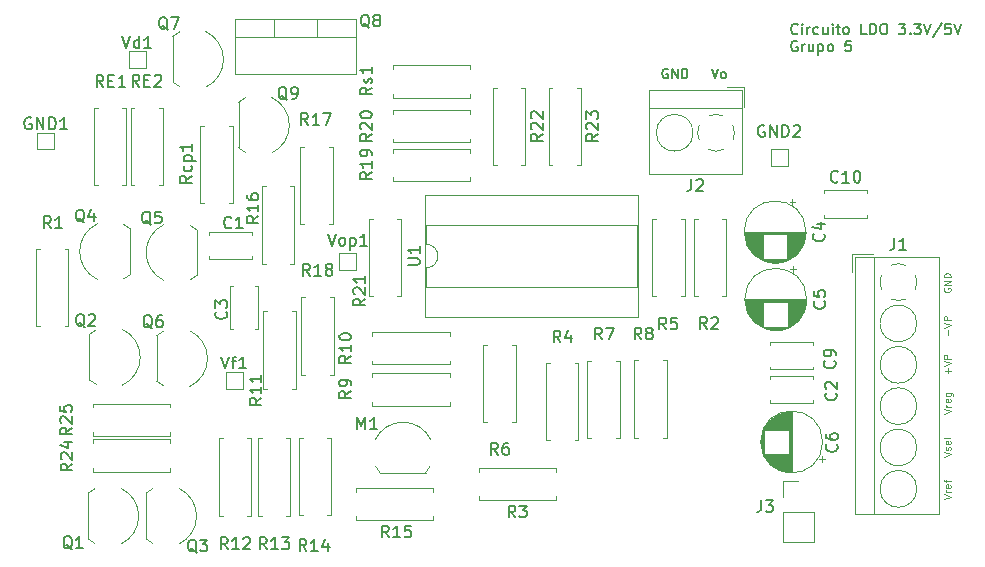
<source format=gbr>
%TF.GenerationSoftware,KiCad,Pcbnew,8.0.5*%
%TF.CreationDate,2024-10-01T13:09:18-03:00*%
%TF.ProjectId,dce-pcb-v1,6463652d-7063-4622-9d76-312e6b696361,rev?*%
%TF.SameCoordinates,Original*%
%TF.FileFunction,Legend,Top*%
%TF.FilePolarity,Positive*%
%FSLAX46Y46*%
G04 Gerber Fmt 4.6, Leading zero omitted, Abs format (unit mm)*
G04 Created by KiCad (PCBNEW 8.0.5) date 2024-10-01 13:09:18*
%MOMM*%
%LPD*%
G01*
G04 APERTURE LIST*
%ADD10C,0.175000*%
%ADD11C,0.125000*%
%ADD12C,0.150000*%
%ADD13C,0.120000*%
G04 APERTURE END LIST*
D10*
X187763702Y-48566092D02*
X187720845Y-48608950D01*
X187720845Y-48608950D02*
X187592273Y-48651807D01*
X187592273Y-48651807D02*
X187506559Y-48651807D01*
X187506559Y-48651807D02*
X187377988Y-48608950D01*
X187377988Y-48608950D02*
X187292273Y-48523235D01*
X187292273Y-48523235D02*
X187249416Y-48437521D01*
X187249416Y-48437521D02*
X187206559Y-48266092D01*
X187206559Y-48266092D02*
X187206559Y-48137521D01*
X187206559Y-48137521D02*
X187249416Y-47966092D01*
X187249416Y-47966092D02*
X187292273Y-47880378D01*
X187292273Y-47880378D02*
X187377988Y-47794664D01*
X187377988Y-47794664D02*
X187506559Y-47751807D01*
X187506559Y-47751807D02*
X187592273Y-47751807D01*
X187592273Y-47751807D02*
X187720845Y-47794664D01*
X187720845Y-47794664D02*
X187763702Y-47837521D01*
X188149416Y-48651807D02*
X188149416Y-48051807D01*
X188149416Y-47751807D02*
X188106559Y-47794664D01*
X188106559Y-47794664D02*
X188149416Y-47837521D01*
X188149416Y-47837521D02*
X188192273Y-47794664D01*
X188192273Y-47794664D02*
X188149416Y-47751807D01*
X188149416Y-47751807D02*
X188149416Y-47837521D01*
X188577987Y-48651807D02*
X188577987Y-48051807D01*
X188577987Y-48223235D02*
X188620844Y-48137521D01*
X188620844Y-48137521D02*
X188663702Y-48094664D01*
X188663702Y-48094664D02*
X188749416Y-48051807D01*
X188749416Y-48051807D02*
X188835130Y-48051807D01*
X189520845Y-48608950D02*
X189435130Y-48651807D01*
X189435130Y-48651807D02*
X189263702Y-48651807D01*
X189263702Y-48651807D02*
X189177987Y-48608950D01*
X189177987Y-48608950D02*
X189135130Y-48566092D01*
X189135130Y-48566092D02*
X189092273Y-48480378D01*
X189092273Y-48480378D02*
X189092273Y-48223235D01*
X189092273Y-48223235D02*
X189135130Y-48137521D01*
X189135130Y-48137521D02*
X189177987Y-48094664D01*
X189177987Y-48094664D02*
X189263702Y-48051807D01*
X189263702Y-48051807D02*
X189435130Y-48051807D01*
X189435130Y-48051807D02*
X189520845Y-48094664D01*
X190292274Y-48051807D02*
X190292274Y-48651807D01*
X189906559Y-48051807D02*
X189906559Y-48523235D01*
X189906559Y-48523235D02*
X189949416Y-48608950D01*
X189949416Y-48608950D02*
X190035131Y-48651807D01*
X190035131Y-48651807D02*
X190163702Y-48651807D01*
X190163702Y-48651807D02*
X190249416Y-48608950D01*
X190249416Y-48608950D02*
X190292274Y-48566092D01*
X190720845Y-48651807D02*
X190720845Y-48051807D01*
X190720845Y-47751807D02*
X190677988Y-47794664D01*
X190677988Y-47794664D02*
X190720845Y-47837521D01*
X190720845Y-47837521D02*
X190763702Y-47794664D01*
X190763702Y-47794664D02*
X190720845Y-47751807D01*
X190720845Y-47751807D02*
X190720845Y-47837521D01*
X191020845Y-48051807D02*
X191363702Y-48051807D01*
X191149416Y-47751807D02*
X191149416Y-48523235D01*
X191149416Y-48523235D02*
X191192273Y-48608950D01*
X191192273Y-48608950D02*
X191277988Y-48651807D01*
X191277988Y-48651807D02*
X191363702Y-48651807D01*
X191792274Y-48651807D02*
X191706559Y-48608950D01*
X191706559Y-48608950D02*
X191663702Y-48566092D01*
X191663702Y-48566092D02*
X191620845Y-48480378D01*
X191620845Y-48480378D02*
X191620845Y-48223235D01*
X191620845Y-48223235D02*
X191663702Y-48137521D01*
X191663702Y-48137521D02*
X191706559Y-48094664D01*
X191706559Y-48094664D02*
X191792274Y-48051807D01*
X191792274Y-48051807D02*
X191920845Y-48051807D01*
X191920845Y-48051807D02*
X192006559Y-48094664D01*
X192006559Y-48094664D02*
X192049417Y-48137521D01*
X192049417Y-48137521D02*
X192092274Y-48223235D01*
X192092274Y-48223235D02*
X192092274Y-48480378D01*
X192092274Y-48480378D02*
X192049417Y-48566092D01*
X192049417Y-48566092D02*
X192006559Y-48608950D01*
X192006559Y-48608950D02*
X191920845Y-48651807D01*
X191920845Y-48651807D02*
X191792274Y-48651807D01*
X193592274Y-48651807D02*
X193163702Y-48651807D01*
X193163702Y-48651807D02*
X193163702Y-47751807D01*
X193892273Y-48651807D02*
X193892273Y-47751807D01*
X193892273Y-47751807D02*
X194106559Y-47751807D01*
X194106559Y-47751807D02*
X194235130Y-47794664D01*
X194235130Y-47794664D02*
X194320845Y-47880378D01*
X194320845Y-47880378D02*
X194363702Y-47966092D01*
X194363702Y-47966092D02*
X194406559Y-48137521D01*
X194406559Y-48137521D02*
X194406559Y-48266092D01*
X194406559Y-48266092D02*
X194363702Y-48437521D01*
X194363702Y-48437521D02*
X194320845Y-48523235D01*
X194320845Y-48523235D02*
X194235130Y-48608950D01*
X194235130Y-48608950D02*
X194106559Y-48651807D01*
X194106559Y-48651807D02*
X193892273Y-48651807D01*
X194963702Y-47751807D02*
X195135130Y-47751807D01*
X195135130Y-47751807D02*
X195220845Y-47794664D01*
X195220845Y-47794664D02*
X195306559Y-47880378D01*
X195306559Y-47880378D02*
X195349416Y-48051807D01*
X195349416Y-48051807D02*
X195349416Y-48351807D01*
X195349416Y-48351807D02*
X195306559Y-48523235D01*
X195306559Y-48523235D02*
X195220845Y-48608950D01*
X195220845Y-48608950D02*
X195135130Y-48651807D01*
X195135130Y-48651807D02*
X194963702Y-48651807D01*
X194963702Y-48651807D02*
X194877988Y-48608950D01*
X194877988Y-48608950D02*
X194792273Y-48523235D01*
X194792273Y-48523235D02*
X194749416Y-48351807D01*
X194749416Y-48351807D02*
X194749416Y-48051807D01*
X194749416Y-48051807D02*
X194792273Y-47880378D01*
X194792273Y-47880378D02*
X194877988Y-47794664D01*
X194877988Y-47794664D02*
X194963702Y-47751807D01*
X196335130Y-47751807D02*
X196892273Y-47751807D01*
X196892273Y-47751807D02*
X196592273Y-48094664D01*
X196592273Y-48094664D02*
X196720844Y-48094664D01*
X196720844Y-48094664D02*
X196806559Y-48137521D01*
X196806559Y-48137521D02*
X196849416Y-48180378D01*
X196849416Y-48180378D02*
X196892273Y-48266092D01*
X196892273Y-48266092D02*
X196892273Y-48480378D01*
X196892273Y-48480378D02*
X196849416Y-48566092D01*
X196849416Y-48566092D02*
X196806559Y-48608950D01*
X196806559Y-48608950D02*
X196720844Y-48651807D01*
X196720844Y-48651807D02*
X196463701Y-48651807D01*
X196463701Y-48651807D02*
X196377987Y-48608950D01*
X196377987Y-48608950D02*
X196335130Y-48566092D01*
X197277987Y-48566092D02*
X197320844Y-48608950D01*
X197320844Y-48608950D02*
X197277987Y-48651807D01*
X197277987Y-48651807D02*
X197235130Y-48608950D01*
X197235130Y-48608950D02*
X197277987Y-48566092D01*
X197277987Y-48566092D02*
X197277987Y-48651807D01*
X197620844Y-47751807D02*
X198177987Y-47751807D01*
X198177987Y-47751807D02*
X197877987Y-48094664D01*
X197877987Y-48094664D02*
X198006558Y-48094664D01*
X198006558Y-48094664D02*
X198092273Y-48137521D01*
X198092273Y-48137521D02*
X198135130Y-48180378D01*
X198135130Y-48180378D02*
X198177987Y-48266092D01*
X198177987Y-48266092D02*
X198177987Y-48480378D01*
X198177987Y-48480378D02*
X198135130Y-48566092D01*
X198135130Y-48566092D02*
X198092273Y-48608950D01*
X198092273Y-48608950D02*
X198006558Y-48651807D01*
X198006558Y-48651807D02*
X197749415Y-48651807D01*
X197749415Y-48651807D02*
X197663701Y-48608950D01*
X197663701Y-48608950D02*
X197620844Y-48566092D01*
X198435130Y-47751807D02*
X198735130Y-48651807D01*
X198735130Y-48651807D02*
X199035130Y-47751807D01*
X199977987Y-47708950D02*
X199206559Y-48866092D01*
X200706559Y-47751807D02*
X200277987Y-47751807D01*
X200277987Y-47751807D02*
X200235130Y-48180378D01*
X200235130Y-48180378D02*
X200277987Y-48137521D01*
X200277987Y-48137521D02*
X200363702Y-48094664D01*
X200363702Y-48094664D02*
X200577987Y-48094664D01*
X200577987Y-48094664D02*
X200663702Y-48137521D01*
X200663702Y-48137521D02*
X200706559Y-48180378D01*
X200706559Y-48180378D02*
X200749416Y-48266092D01*
X200749416Y-48266092D02*
X200749416Y-48480378D01*
X200749416Y-48480378D02*
X200706559Y-48566092D01*
X200706559Y-48566092D02*
X200663702Y-48608950D01*
X200663702Y-48608950D02*
X200577987Y-48651807D01*
X200577987Y-48651807D02*
X200363702Y-48651807D01*
X200363702Y-48651807D02*
X200277987Y-48608950D01*
X200277987Y-48608950D02*
X200235130Y-48566092D01*
X201006559Y-47751807D02*
X201306559Y-48651807D01*
X201306559Y-48651807D02*
X201606559Y-47751807D01*
X187720845Y-49243614D02*
X187635131Y-49200757D01*
X187635131Y-49200757D02*
X187506559Y-49200757D01*
X187506559Y-49200757D02*
X187377988Y-49243614D01*
X187377988Y-49243614D02*
X187292273Y-49329328D01*
X187292273Y-49329328D02*
X187249416Y-49415042D01*
X187249416Y-49415042D02*
X187206559Y-49586471D01*
X187206559Y-49586471D02*
X187206559Y-49715042D01*
X187206559Y-49715042D02*
X187249416Y-49886471D01*
X187249416Y-49886471D02*
X187292273Y-49972185D01*
X187292273Y-49972185D02*
X187377988Y-50057900D01*
X187377988Y-50057900D02*
X187506559Y-50100757D01*
X187506559Y-50100757D02*
X187592273Y-50100757D01*
X187592273Y-50100757D02*
X187720845Y-50057900D01*
X187720845Y-50057900D02*
X187763702Y-50015042D01*
X187763702Y-50015042D02*
X187763702Y-49715042D01*
X187763702Y-49715042D02*
X187592273Y-49715042D01*
X188149416Y-50100757D02*
X188149416Y-49500757D01*
X188149416Y-49672185D02*
X188192273Y-49586471D01*
X188192273Y-49586471D02*
X188235131Y-49543614D01*
X188235131Y-49543614D02*
X188320845Y-49500757D01*
X188320845Y-49500757D02*
X188406559Y-49500757D01*
X189092274Y-49500757D02*
X189092274Y-50100757D01*
X188706559Y-49500757D02*
X188706559Y-49972185D01*
X188706559Y-49972185D02*
X188749416Y-50057900D01*
X188749416Y-50057900D02*
X188835131Y-50100757D01*
X188835131Y-50100757D02*
X188963702Y-50100757D01*
X188963702Y-50100757D02*
X189049416Y-50057900D01*
X189049416Y-50057900D02*
X189092274Y-50015042D01*
X189520845Y-49500757D02*
X189520845Y-50400757D01*
X189520845Y-49543614D02*
X189606560Y-49500757D01*
X189606560Y-49500757D02*
X189777988Y-49500757D01*
X189777988Y-49500757D02*
X189863702Y-49543614D01*
X189863702Y-49543614D02*
X189906560Y-49586471D01*
X189906560Y-49586471D02*
X189949417Y-49672185D01*
X189949417Y-49672185D02*
X189949417Y-49929328D01*
X189949417Y-49929328D02*
X189906560Y-50015042D01*
X189906560Y-50015042D02*
X189863702Y-50057900D01*
X189863702Y-50057900D02*
X189777988Y-50100757D01*
X189777988Y-50100757D02*
X189606560Y-50100757D01*
X189606560Y-50100757D02*
X189520845Y-50057900D01*
X190463703Y-50100757D02*
X190377988Y-50057900D01*
X190377988Y-50057900D02*
X190335131Y-50015042D01*
X190335131Y-50015042D02*
X190292274Y-49929328D01*
X190292274Y-49929328D02*
X190292274Y-49672185D01*
X190292274Y-49672185D02*
X190335131Y-49586471D01*
X190335131Y-49586471D02*
X190377988Y-49543614D01*
X190377988Y-49543614D02*
X190463703Y-49500757D01*
X190463703Y-49500757D02*
X190592274Y-49500757D01*
X190592274Y-49500757D02*
X190677988Y-49543614D01*
X190677988Y-49543614D02*
X190720846Y-49586471D01*
X190720846Y-49586471D02*
X190763703Y-49672185D01*
X190763703Y-49672185D02*
X190763703Y-49929328D01*
X190763703Y-49929328D02*
X190720846Y-50015042D01*
X190720846Y-50015042D02*
X190677988Y-50057900D01*
X190677988Y-50057900D02*
X190592274Y-50100757D01*
X190592274Y-50100757D02*
X190463703Y-50100757D01*
X192263703Y-49200757D02*
X191835131Y-49200757D01*
X191835131Y-49200757D02*
X191792274Y-49629328D01*
X191792274Y-49629328D02*
X191835131Y-49586471D01*
X191835131Y-49586471D02*
X191920846Y-49543614D01*
X191920846Y-49543614D02*
X192135131Y-49543614D01*
X192135131Y-49543614D02*
X192220846Y-49586471D01*
X192220846Y-49586471D02*
X192263703Y-49629328D01*
X192263703Y-49629328D02*
X192306560Y-49715042D01*
X192306560Y-49715042D02*
X192306560Y-49929328D01*
X192306560Y-49929328D02*
X192263703Y-50015042D01*
X192263703Y-50015042D02*
X192220846Y-50057900D01*
X192220846Y-50057900D02*
X192135131Y-50100757D01*
X192135131Y-50100757D02*
X191920846Y-50100757D01*
X191920846Y-50100757D02*
X191835131Y-50057900D01*
X191835131Y-50057900D02*
X191792274Y-50015042D01*
D11*
X200120071Y-88010621D02*
X200720071Y-87810621D01*
X200720071Y-87810621D02*
X200120071Y-87610621D01*
X200720071Y-87410620D02*
X200320071Y-87410620D01*
X200434357Y-87410620D02*
X200377214Y-87382049D01*
X200377214Y-87382049D02*
X200348642Y-87353478D01*
X200348642Y-87353478D02*
X200320071Y-87296335D01*
X200320071Y-87296335D02*
X200320071Y-87239192D01*
X200691500Y-86810620D02*
X200720071Y-86867763D01*
X200720071Y-86867763D02*
X200720071Y-86982049D01*
X200720071Y-86982049D02*
X200691500Y-87039191D01*
X200691500Y-87039191D02*
X200634357Y-87067763D01*
X200634357Y-87067763D02*
X200405785Y-87067763D01*
X200405785Y-87067763D02*
X200348642Y-87039191D01*
X200348642Y-87039191D02*
X200320071Y-86982049D01*
X200320071Y-86982049D02*
X200320071Y-86867763D01*
X200320071Y-86867763D02*
X200348642Y-86810620D01*
X200348642Y-86810620D02*
X200405785Y-86782049D01*
X200405785Y-86782049D02*
X200462928Y-86782049D01*
X200462928Y-86782049D02*
X200520071Y-87067763D01*
X200320071Y-86610620D02*
X200320071Y-86382048D01*
X200720071Y-86524905D02*
X200205785Y-86524905D01*
X200205785Y-86524905D02*
X200148642Y-86496334D01*
X200148642Y-86496334D02*
X200120071Y-86439191D01*
X200120071Y-86439191D02*
X200120071Y-86382048D01*
X200120071Y-84439191D02*
X200720071Y-84239191D01*
X200720071Y-84239191D02*
X200120071Y-84039191D01*
X200691500Y-83867762D02*
X200720071Y-83810619D01*
X200720071Y-83810619D02*
X200720071Y-83696333D01*
X200720071Y-83696333D02*
X200691500Y-83639190D01*
X200691500Y-83639190D02*
X200634357Y-83610619D01*
X200634357Y-83610619D02*
X200605785Y-83610619D01*
X200605785Y-83610619D02*
X200548642Y-83639190D01*
X200548642Y-83639190D02*
X200520071Y-83696333D01*
X200520071Y-83696333D02*
X200520071Y-83782048D01*
X200520071Y-83782048D02*
X200491500Y-83839190D01*
X200491500Y-83839190D02*
X200434357Y-83867762D01*
X200434357Y-83867762D02*
X200405785Y-83867762D01*
X200405785Y-83867762D02*
X200348642Y-83839190D01*
X200348642Y-83839190D02*
X200320071Y-83782048D01*
X200320071Y-83782048D02*
X200320071Y-83696333D01*
X200320071Y-83696333D02*
X200348642Y-83639190D01*
X200691500Y-83124905D02*
X200720071Y-83182048D01*
X200720071Y-83182048D02*
X200720071Y-83296334D01*
X200720071Y-83296334D02*
X200691500Y-83353476D01*
X200691500Y-83353476D02*
X200634357Y-83382048D01*
X200634357Y-83382048D02*
X200405785Y-83382048D01*
X200405785Y-83382048D02*
X200348642Y-83353476D01*
X200348642Y-83353476D02*
X200320071Y-83296334D01*
X200320071Y-83296334D02*
X200320071Y-83182048D01*
X200320071Y-83182048D02*
X200348642Y-83124905D01*
X200348642Y-83124905D02*
X200405785Y-83096334D01*
X200405785Y-83096334D02*
X200462928Y-83096334D01*
X200462928Y-83096334D02*
X200520071Y-83382048D01*
X200720071Y-82753476D02*
X200691500Y-82810619D01*
X200691500Y-82810619D02*
X200634357Y-82839190D01*
X200634357Y-82839190D02*
X200120071Y-82839190D01*
X200120071Y-80782047D02*
X200720071Y-80582047D01*
X200720071Y-80582047D02*
X200120071Y-80382047D01*
X200720071Y-80182046D02*
X200320071Y-80182046D01*
X200434357Y-80182046D02*
X200377214Y-80153475D01*
X200377214Y-80153475D02*
X200348642Y-80124904D01*
X200348642Y-80124904D02*
X200320071Y-80067761D01*
X200320071Y-80067761D02*
X200320071Y-80010618D01*
X200691500Y-79582046D02*
X200720071Y-79639189D01*
X200720071Y-79639189D02*
X200720071Y-79753475D01*
X200720071Y-79753475D02*
X200691500Y-79810617D01*
X200691500Y-79810617D02*
X200634357Y-79839189D01*
X200634357Y-79839189D02*
X200405785Y-79839189D01*
X200405785Y-79839189D02*
X200348642Y-79810617D01*
X200348642Y-79810617D02*
X200320071Y-79753475D01*
X200320071Y-79753475D02*
X200320071Y-79639189D01*
X200320071Y-79639189D02*
X200348642Y-79582046D01*
X200348642Y-79582046D02*
X200405785Y-79553475D01*
X200405785Y-79553475D02*
X200462928Y-79553475D01*
X200462928Y-79553475D02*
X200520071Y-79839189D01*
X200320071Y-79039189D02*
X200805785Y-79039189D01*
X200805785Y-79039189D02*
X200862928Y-79067760D01*
X200862928Y-79067760D02*
X200891500Y-79096331D01*
X200891500Y-79096331D02*
X200920071Y-79153474D01*
X200920071Y-79153474D02*
X200920071Y-79239189D01*
X200920071Y-79239189D02*
X200891500Y-79296331D01*
X200691500Y-79039189D02*
X200720071Y-79096331D01*
X200720071Y-79096331D02*
X200720071Y-79210617D01*
X200720071Y-79210617D02*
X200691500Y-79267760D01*
X200691500Y-79267760D02*
X200662928Y-79296331D01*
X200662928Y-79296331D02*
X200605785Y-79324903D01*
X200605785Y-79324903D02*
X200434357Y-79324903D01*
X200434357Y-79324903D02*
X200377214Y-79296331D01*
X200377214Y-79296331D02*
X200348642Y-79267760D01*
X200348642Y-79267760D02*
X200320071Y-79210617D01*
X200320071Y-79210617D02*
X200320071Y-79096331D01*
X200320071Y-79096331D02*
X200348642Y-79039189D01*
X200491500Y-77382045D02*
X200491500Y-76924903D01*
X200720071Y-77153474D02*
X200262928Y-77153474D01*
X200120071Y-76724903D02*
X200720071Y-76524903D01*
X200720071Y-76524903D02*
X200120071Y-76324903D01*
X200720071Y-76124902D02*
X200120071Y-76124902D01*
X200120071Y-76124902D02*
X200120071Y-75896331D01*
X200120071Y-75896331D02*
X200148642Y-75839188D01*
X200148642Y-75839188D02*
X200177214Y-75810617D01*
X200177214Y-75810617D02*
X200234357Y-75782045D01*
X200234357Y-75782045D02*
X200320071Y-75782045D01*
X200320071Y-75782045D02*
X200377214Y-75810617D01*
X200377214Y-75810617D02*
X200405785Y-75839188D01*
X200405785Y-75839188D02*
X200434357Y-75896331D01*
X200434357Y-75896331D02*
X200434357Y-76124902D01*
X200491500Y-74153473D02*
X200491500Y-73696331D01*
X200120071Y-73496331D02*
X200720071Y-73296331D01*
X200720071Y-73296331D02*
X200120071Y-73096331D01*
X200720071Y-72896330D02*
X200120071Y-72896330D01*
X200120071Y-72896330D02*
X200120071Y-72667759D01*
X200120071Y-72667759D02*
X200148642Y-72610616D01*
X200148642Y-72610616D02*
X200177214Y-72582045D01*
X200177214Y-72582045D02*
X200234357Y-72553473D01*
X200234357Y-72553473D02*
X200320071Y-72553473D01*
X200320071Y-72553473D02*
X200377214Y-72582045D01*
X200377214Y-72582045D02*
X200405785Y-72610616D01*
X200405785Y-72610616D02*
X200434357Y-72667759D01*
X200434357Y-72667759D02*
X200434357Y-72896330D01*
X200148642Y-70153473D02*
X200120071Y-70210616D01*
X200120071Y-70210616D02*
X200120071Y-70296330D01*
X200120071Y-70296330D02*
X200148642Y-70382044D01*
X200148642Y-70382044D02*
X200205785Y-70439187D01*
X200205785Y-70439187D02*
X200262928Y-70467758D01*
X200262928Y-70467758D02*
X200377214Y-70496330D01*
X200377214Y-70496330D02*
X200462928Y-70496330D01*
X200462928Y-70496330D02*
X200577214Y-70467758D01*
X200577214Y-70467758D02*
X200634357Y-70439187D01*
X200634357Y-70439187D02*
X200691500Y-70382044D01*
X200691500Y-70382044D02*
X200720071Y-70296330D01*
X200720071Y-70296330D02*
X200720071Y-70239187D01*
X200720071Y-70239187D02*
X200691500Y-70153473D01*
X200691500Y-70153473D02*
X200662928Y-70124901D01*
X200662928Y-70124901D02*
X200462928Y-70124901D01*
X200462928Y-70124901D02*
X200462928Y-70239187D01*
X200720071Y-69867758D02*
X200120071Y-69867758D01*
X200120071Y-69867758D02*
X200720071Y-69524901D01*
X200720071Y-69524901D02*
X200120071Y-69524901D01*
X200720071Y-69239187D02*
X200120071Y-69239187D01*
X200120071Y-69239187D02*
X200120071Y-69096330D01*
X200120071Y-69096330D02*
X200148642Y-69010616D01*
X200148642Y-69010616D02*
X200205785Y-68953473D01*
X200205785Y-68953473D02*
X200262928Y-68924902D01*
X200262928Y-68924902D02*
X200377214Y-68896330D01*
X200377214Y-68896330D02*
X200462928Y-68896330D01*
X200462928Y-68896330D02*
X200577214Y-68924902D01*
X200577214Y-68924902D02*
X200634357Y-68953473D01*
X200634357Y-68953473D02*
X200691500Y-69010616D01*
X200691500Y-69010616D02*
X200720071Y-69096330D01*
X200720071Y-69096330D02*
X200720071Y-69239187D01*
D12*
X176758207Y-51632390D02*
X176682017Y-51594295D01*
X176682017Y-51594295D02*
X176567731Y-51594295D01*
X176567731Y-51594295D02*
X176453445Y-51632390D01*
X176453445Y-51632390D02*
X176377255Y-51708580D01*
X176377255Y-51708580D02*
X176339160Y-51784771D01*
X176339160Y-51784771D02*
X176301064Y-51937152D01*
X176301064Y-51937152D02*
X176301064Y-52051438D01*
X176301064Y-52051438D02*
X176339160Y-52203819D01*
X176339160Y-52203819D02*
X176377255Y-52280009D01*
X176377255Y-52280009D02*
X176453445Y-52356200D01*
X176453445Y-52356200D02*
X176567731Y-52394295D01*
X176567731Y-52394295D02*
X176643922Y-52394295D01*
X176643922Y-52394295D02*
X176758207Y-52356200D01*
X176758207Y-52356200D02*
X176796303Y-52318104D01*
X176796303Y-52318104D02*
X176796303Y-52051438D01*
X176796303Y-52051438D02*
X176643922Y-52051438D01*
X177139160Y-52394295D02*
X177139160Y-51594295D01*
X177139160Y-51594295D02*
X177596303Y-52394295D01*
X177596303Y-52394295D02*
X177596303Y-51594295D01*
X177977255Y-52394295D02*
X177977255Y-51594295D01*
X177977255Y-51594295D02*
X178167731Y-51594295D01*
X178167731Y-51594295D02*
X178282017Y-51632390D01*
X178282017Y-51632390D02*
X178358207Y-51708580D01*
X178358207Y-51708580D02*
X178396302Y-51784771D01*
X178396302Y-51784771D02*
X178434398Y-51937152D01*
X178434398Y-51937152D02*
X178434398Y-52051438D01*
X178434398Y-52051438D02*
X178396302Y-52203819D01*
X178396302Y-52203819D02*
X178358207Y-52280009D01*
X178358207Y-52280009D02*
X178282017Y-52356200D01*
X178282017Y-52356200D02*
X178167731Y-52394295D01*
X178167731Y-52394295D02*
X177977255Y-52394295D01*
X180491541Y-51594295D02*
X180758208Y-52394295D01*
X180758208Y-52394295D02*
X181024874Y-51594295D01*
X181405826Y-52394295D02*
X181329636Y-52356200D01*
X181329636Y-52356200D02*
X181291541Y-52318104D01*
X181291541Y-52318104D02*
X181253445Y-52241914D01*
X181253445Y-52241914D02*
X181253445Y-52013342D01*
X181253445Y-52013342D02*
X181291541Y-51937152D01*
X181291541Y-51937152D02*
X181329636Y-51899057D01*
X181329636Y-51899057D02*
X181405826Y-51860961D01*
X181405826Y-51860961D02*
X181520112Y-51860961D01*
X181520112Y-51860961D02*
X181596303Y-51899057D01*
X181596303Y-51899057D02*
X181634398Y-51937152D01*
X181634398Y-51937152D02*
X181672493Y-52013342D01*
X181672493Y-52013342D02*
X181672493Y-52241914D01*
X181672493Y-52241914D02*
X181634398Y-52318104D01*
X181634398Y-52318104D02*
X181596303Y-52356200D01*
X181596303Y-52356200D02*
X181520112Y-52394295D01*
X181520112Y-52394295D02*
X181405826Y-52394295D01*
X126304819Y-81967857D02*
X125828628Y-82301190D01*
X126304819Y-82539285D02*
X125304819Y-82539285D01*
X125304819Y-82539285D02*
X125304819Y-82158333D01*
X125304819Y-82158333D02*
X125352438Y-82063095D01*
X125352438Y-82063095D02*
X125400057Y-82015476D01*
X125400057Y-82015476D02*
X125495295Y-81967857D01*
X125495295Y-81967857D02*
X125638152Y-81967857D01*
X125638152Y-81967857D02*
X125733390Y-82015476D01*
X125733390Y-82015476D02*
X125781009Y-82063095D01*
X125781009Y-82063095D02*
X125828628Y-82158333D01*
X125828628Y-82158333D02*
X125828628Y-82539285D01*
X125400057Y-81586904D02*
X125352438Y-81539285D01*
X125352438Y-81539285D02*
X125304819Y-81444047D01*
X125304819Y-81444047D02*
X125304819Y-81205952D01*
X125304819Y-81205952D02*
X125352438Y-81110714D01*
X125352438Y-81110714D02*
X125400057Y-81063095D01*
X125400057Y-81063095D02*
X125495295Y-81015476D01*
X125495295Y-81015476D02*
X125590533Y-81015476D01*
X125590533Y-81015476D02*
X125733390Y-81063095D01*
X125733390Y-81063095D02*
X126304819Y-81634523D01*
X126304819Y-81634523D02*
X126304819Y-81015476D01*
X125304819Y-80110714D02*
X125304819Y-80586904D01*
X125304819Y-80586904D02*
X125781009Y-80634523D01*
X125781009Y-80634523D02*
X125733390Y-80586904D01*
X125733390Y-80586904D02*
X125685771Y-80491666D01*
X125685771Y-80491666D02*
X125685771Y-80253571D01*
X125685771Y-80253571D02*
X125733390Y-80158333D01*
X125733390Y-80158333D02*
X125781009Y-80110714D01*
X125781009Y-80110714D02*
X125876247Y-80063095D01*
X125876247Y-80063095D02*
X126114342Y-80063095D01*
X126114342Y-80063095D02*
X126209580Y-80110714D01*
X126209580Y-80110714D02*
X126257200Y-80158333D01*
X126257200Y-80158333D02*
X126304819Y-80253571D01*
X126304819Y-80253571D02*
X126304819Y-80491666D01*
X126304819Y-80491666D02*
X126257200Y-80586904D01*
X126257200Y-80586904D02*
X126209580Y-80634523D01*
X151714819Y-57092857D02*
X151238628Y-57426190D01*
X151714819Y-57664285D02*
X150714819Y-57664285D01*
X150714819Y-57664285D02*
X150714819Y-57283333D01*
X150714819Y-57283333D02*
X150762438Y-57188095D01*
X150762438Y-57188095D02*
X150810057Y-57140476D01*
X150810057Y-57140476D02*
X150905295Y-57092857D01*
X150905295Y-57092857D02*
X151048152Y-57092857D01*
X151048152Y-57092857D02*
X151143390Y-57140476D01*
X151143390Y-57140476D02*
X151191009Y-57188095D01*
X151191009Y-57188095D02*
X151238628Y-57283333D01*
X151238628Y-57283333D02*
X151238628Y-57664285D01*
X150810057Y-56711904D02*
X150762438Y-56664285D01*
X150762438Y-56664285D02*
X150714819Y-56569047D01*
X150714819Y-56569047D02*
X150714819Y-56330952D01*
X150714819Y-56330952D02*
X150762438Y-56235714D01*
X150762438Y-56235714D02*
X150810057Y-56188095D01*
X150810057Y-56188095D02*
X150905295Y-56140476D01*
X150905295Y-56140476D02*
X151000533Y-56140476D01*
X151000533Y-56140476D02*
X151143390Y-56188095D01*
X151143390Y-56188095D02*
X151714819Y-56759523D01*
X151714819Y-56759523D02*
X151714819Y-56140476D01*
X150714819Y-55521428D02*
X150714819Y-55426190D01*
X150714819Y-55426190D02*
X150762438Y-55330952D01*
X150762438Y-55330952D02*
X150810057Y-55283333D01*
X150810057Y-55283333D02*
X150905295Y-55235714D01*
X150905295Y-55235714D02*
X151095771Y-55188095D01*
X151095771Y-55188095D02*
X151333866Y-55188095D01*
X151333866Y-55188095D02*
X151524342Y-55235714D01*
X151524342Y-55235714D02*
X151619580Y-55283333D01*
X151619580Y-55283333D02*
X151667200Y-55330952D01*
X151667200Y-55330952D02*
X151714819Y-55426190D01*
X151714819Y-55426190D02*
X151714819Y-55521428D01*
X151714819Y-55521428D02*
X151667200Y-55616666D01*
X151667200Y-55616666D02*
X151619580Y-55664285D01*
X151619580Y-55664285D02*
X151524342Y-55711904D01*
X151524342Y-55711904D02*
X151333866Y-55759523D01*
X151333866Y-55759523D02*
X151095771Y-55759523D01*
X151095771Y-55759523D02*
X150905295Y-55711904D01*
X150905295Y-55711904D02*
X150810057Y-55664285D01*
X150810057Y-55664285D02*
X150762438Y-55616666D01*
X150762438Y-55616666D02*
X150714819Y-55521428D01*
X147985714Y-65554819D02*
X148319047Y-66554819D01*
X148319047Y-66554819D02*
X148652380Y-65554819D01*
X149128571Y-66554819D02*
X149033333Y-66507200D01*
X149033333Y-66507200D02*
X148985714Y-66459580D01*
X148985714Y-66459580D02*
X148938095Y-66364342D01*
X148938095Y-66364342D02*
X148938095Y-66078628D01*
X148938095Y-66078628D02*
X148985714Y-65983390D01*
X148985714Y-65983390D02*
X149033333Y-65935771D01*
X149033333Y-65935771D02*
X149128571Y-65888152D01*
X149128571Y-65888152D02*
X149271428Y-65888152D01*
X149271428Y-65888152D02*
X149366666Y-65935771D01*
X149366666Y-65935771D02*
X149414285Y-65983390D01*
X149414285Y-65983390D02*
X149461904Y-66078628D01*
X149461904Y-66078628D02*
X149461904Y-66364342D01*
X149461904Y-66364342D02*
X149414285Y-66459580D01*
X149414285Y-66459580D02*
X149366666Y-66507200D01*
X149366666Y-66507200D02*
X149271428Y-66554819D01*
X149271428Y-66554819D02*
X149128571Y-66554819D01*
X149890476Y-65888152D02*
X149890476Y-66888152D01*
X149890476Y-65935771D02*
X149985714Y-65888152D01*
X149985714Y-65888152D02*
X150176190Y-65888152D01*
X150176190Y-65888152D02*
X150271428Y-65935771D01*
X150271428Y-65935771D02*
X150319047Y-65983390D01*
X150319047Y-65983390D02*
X150366666Y-66078628D01*
X150366666Y-66078628D02*
X150366666Y-66364342D01*
X150366666Y-66364342D02*
X150319047Y-66459580D01*
X150319047Y-66459580D02*
X150271428Y-66507200D01*
X150271428Y-66507200D02*
X150176190Y-66554819D01*
X150176190Y-66554819D02*
X149985714Y-66554819D01*
X149985714Y-66554819D02*
X149890476Y-66507200D01*
X151319047Y-66554819D02*
X150747619Y-66554819D01*
X151033333Y-66554819D02*
X151033333Y-65554819D01*
X151033333Y-65554819D02*
X150938095Y-65697676D01*
X150938095Y-65697676D02*
X150842857Y-65792914D01*
X150842857Y-65792914D02*
X150747619Y-65840533D01*
X127379761Y-64600057D02*
X127284523Y-64552438D01*
X127284523Y-64552438D02*
X127189285Y-64457200D01*
X127189285Y-64457200D02*
X127046428Y-64314342D01*
X127046428Y-64314342D02*
X126951190Y-64266723D01*
X126951190Y-64266723D02*
X126855952Y-64266723D01*
X126903571Y-64504819D02*
X126808333Y-64457200D01*
X126808333Y-64457200D02*
X126713095Y-64361961D01*
X126713095Y-64361961D02*
X126665476Y-64171485D01*
X126665476Y-64171485D02*
X126665476Y-63838152D01*
X126665476Y-63838152D02*
X126713095Y-63647676D01*
X126713095Y-63647676D02*
X126808333Y-63552438D01*
X126808333Y-63552438D02*
X126903571Y-63504819D01*
X126903571Y-63504819D02*
X127094047Y-63504819D01*
X127094047Y-63504819D02*
X127189285Y-63552438D01*
X127189285Y-63552438D02*
X127284523Y-63647676D01*
X127284523Y-63647676D02*
X127332142Y-63838152D01*
X127332142Y-63838152D02*
X127332142Y-64171485D01*
X127332142Y-64171485D02*
X127284523Y-64361961D01*
X127284523Y-64361961D02*
X127189285Y-64457200D01*
X127189285Y-64457200D02*
X127094047Y-64504819D01*
X127094047Y-64504819D02*
X126903571Y-64504819D01*
X128189285Y-63838152D02*
X128189285Y-64504819D01*
X127951190Y-63457200D02*
X127713095Y-64171485D01*
X127713095Y-64171485D02*
X128332142Y-64171485D01*
X138979762Y-75956819D02*
X139313095Y-76956819D01*
X139313095Y-76956819D02*
X139646428Y-75956819D01*
X139836905Y-76290152D02*
X140217857Y-76290152D01*
X139979762Y-76956819D02*
X139979762Y-76099676D01*
X139979762Y-76099676D02*
X140027381Y-76004438D01*
X140027381Y-76004438D02*
X140122619Y-75956819D01*
X140122619Y-75956819D02*
X140217857Y-75956819D01*
X141075000Y-76956819D02*
X140503572Y-76956819D01*
X140789286Y-76956819D02*
X140789286Y-75956819D01*
X140789286Y-75956819D02*
X140694048Y-76099676D01*
X140694048Y-76099676D02*
X140598810Y-76194914D01*
X140598810Y-76194914D02*
X140503572Y-76242533D01*
X142354819Y-79442857D02*
X141878628Y-79776190D01*
X142354819Y-80014285D02*
X141354819Y-80014285D01*
X141354819Y-80014285D02*
X141354819Y-79633333D01*
X141354819Y-79633333D02*
X141402438Y-79538095D01*
X141402438Y-79538095D02*
X141450057Y-79490476D01*
X141450057Y-79490476D02*
X141545295Y-79442857D01*
X141545295Y-79442857D02*
X141688152Y-79442857D01*
X141688152Y-79442857D02*
X141783390Y-79490476D01*
X141783390Y-79490476D02*
X141831009Y-79538095D01*
X141831009Y-79538095D02*
X141878628Y-79633333D01*
X141878628Y-79633333D02*
X141878628Y-80014285D01*
X142354819Y-78490476D02*
X142354819Y-79061904D01*
X142354819Y-78776190D02*
X141354819Y-78776190D01*
X141354819Y-78776190D02*
X141497676Y-78871428D01*
X141497676Y-78871428D02*
X141592914Y-78966666D01*
X141592914Y-78966666D02*
X141640533Y-79061904D01*
X142354819Y-77538095D02*
X142354819Y-78109523D01*
X142354819Y-77823809D02*
X141354819Y-77823809D01*
X141354819Y-77823809D02*
X141497676Y-77919047D01*
X141497676Y-77919047D02*
X141592914Y-78014285D01*
X141592914Y-78014285D02*
X141640533Y-78109523D01*
X128980952Y-53114819D02*
X128647619Y-52638628D01*
X128409524Y-53114819D02*
X128409524Y-52114819D01*
X128409524Y-52114819D02*
X128790476Y-52114819D01*
X128790476Y-52114819D02*
X128885714Y-52162438D01*
X128885714Y-52162438D02*
X128933333Y-52210057D01*
X128933333Y-52210057D02*
X128980952Y-52305295D01*
X128980952Y-52305295D02*
X128980952Y-52448152D01*
X128980952Y-52448152D02*
X128933333Y-52543390D01*
X128933333Y-52543390D02*
X128885714Y-52591009D01*
X128885714Y-52591009D02*
X128790476Y-52638628D01*
X128790476Y-52638628D02*
X128409524Y-52638628D01*
X129409524Y-52591009D02*
X129742857Y-52591009D01*
X129885714Y-53114819D02*
X129409524Y-53114819D01*
X129409524Y-53114819D02*
X129409524Y-52114819D01*
X129409524Y-52114819D02*
X129885714Y-52114819D01*
X130838095Y-53114819D02*
X130266667Y-53114819D01*
X130552381Y-53114819D02*
X130552381Y-52114819D01*
X130552381Y-52114819D02*
X130457143Y-52257676D01*
X130457143Y-52257676D02*
X130361905Y-52352914D01*
X130361905Y-52352914D02*
X130266667Y-52400533D01*
X130588095Y-48829819D02*
X130921428Y-49829819D01*
X130921428Y-49829819D02*
X131254761Y-48829819D01*
X132016666Y-49829819D02*
X132016666Y-48829819D01*
X132016666Y-49782200D02*
X131921428Y-49829819D01*
X131921428Y-49829819D02*
X131730952Y-49829819D01*
X131730952Y-49829819D02*
X131635714Y-49782200D01*
X131635714Y-49782200D02*
X131588095Y-49734580D01*
X131588095Y-49734580D02*
X131540476Y-49639342D01*
X131540476Y-49639342D02*
X131540476Y-49353628D01*
X131540476Y-49353628D02*
X131588095Y-49258390D01*
X131588095Y-49258390D02*
X131635714Y-49210771D01*
X131635714Y-49210771D02*
X131730952Y-49163152D01*
X131730952Y-49163152D02*
X131921428Y-49163152D01*
X131921428Y-49163152D02*
X132016666Y-49210771D01*
X133016666Y-49829819D02*
X132445238Y-49829819D01*
X132730952Y-49829819D02*
X132730952Y-48829819D01*
X132730952Y-48829819D02*
X132635714Y-48972676D01*
X132635714Y-48972676D02*
X132540476Y-49067914D01*
X132540476Y-49067914D02*
X132445238Y-49115533D01*
X149954819Y-75892857D02*
X149478628Y-76226190D01*
X149954819Y-76464285D02*
X148954819Y-76464285D01*
X148954819Y-76464285D02*
X148954819Y-76083333D01*
X148954819Y-76083333D02*
X149002438Y-75988095D01*
X149002438Y-75988095D02*
X149050057Y-75940476D01*
X149050057Y-75940476D02*
X149145295Y-75892857D01*
X149145295Y-75892857D02*
X149288152Y-75892857D01*
X149288152Y-75892857D02*
X149383390Y-75940476D01*
X149383390Y-75940476D02*
X149431009Y-75988095D01*
X149431009Y-75988095D02*
X149478628Y-76083333D01*
X149478628Y-76083333D02*
X149478628Y-76464285D01*
X149954819Y-74940476D02*
X149954819Y-75511904D01*
X149954819Y-75226190D02*
X148954819Y-75226190D01*
X148954819Y-75226190D02*
X149097676Y-75321428D01*
X149097676Y-75321428D02*
X149192914Y-75416666D01*
X149192914Y-75416666D02*
X149240533Y-75511904D01*
X148954819Y-74321428D02*
X148954819Y-74226190D01*
X148954819Y-74226190D02*
X149002438Y-74130952D01*
X149002438Y-74130952D02*
X149050057Y-74083333D01*
X149050057Y-74083333D02*
X149145295Y-74035714D01*
X149145295Y-74035714D02*
X149335771Y-73988095D01*
X149335771Y-73988095D02*
X149573866Y-73988095D01*
X149573866Y-73988095D02*
X149764342Y-74035714D01*
X149764342Y-74035714D02*
X149859580Y-74083333D01*
X149859580Y-74083333D02*
X149907200Y-74130952D01*
X149907200Y-74130952D02*
X149954819Y-74226190D01*
X149954819Y-74226190D02*
X149954819Y-74321428D01*
X149954819Y-74321428D02*
X149907200Y-74416666D01*
X149907200Y-74416666D02*
X149859580Y-74464285D01*
X149859580Y-74464285D02*
X149764342Y-74511904D01*
X149764342Y-74511904D02*
X149573866Y-74559523D01*
X149573866Y-74559523D02*
X149335771Y-74559523D01*
X149335771Y-74559523D02*
X149145295Y-74511904D01*
X149145295Y-74511904D02*
X149050057Y-74464285D01*
X149050057Y-74464285D02*
X149002438Y-74416666D01*
X149002438Y-74416666D02*
X148954819Y-74321428D01*
X174533333Y-74494819D02*
X174200000Y-74018628D01*
X173961905Y-74494819D02*
X173961905Y-73494819D01*
X173961905Y-73494819D02*
X174342857Y-73494819D01*
X174342857Y-73494819D02*
X174438095Y-73542438D01*
X174438095Y-73542438D02*
X174485714Y-73590057D01*
X174485714Y-73590057D02*
X174533333Y-73685295D01*
X174533333Y-73685295D02*
X174533333Y-73828152D01*
X174533333Y-73828152D02*
X174485714Y-73923390D01*
X174485714Y-73923390D02*
X174438095Y-73971009D01*
X174438095Y-73971009D02*
X174342857Y-74018628D01*
X174342857Y-74018628D02*
X173961905Y-74018628D01*
X175104762Y-73923390D02*
X175009524Y-73875771D01*
X175009524Y-73875771D02*
X174961905Y-73828152D01*
X174961905Y-73828152D02*
X174914286Y-73732914D01*
X174914286Y-73732914D02*
X174914286Y-73685295D01*
X174914286Y-73685295D02*
X174961905Y-73590057D01*
X174961905Y-73590057D02*
X175009524Y-73542438D01*
X175009524Y-73542438D02*
X175104762Y-73494819D01*
X175104762Y-73494819D02*
X175295238Y-73494819D01*
X175295238Y-73494819D02*
X175390476Y-73542438D01*
X175390476Y-73542438D02*
X175438095Y-73590057D01*
X175438095Y-73590057D02*
X175485714Y-73685295D01*
X175485714Y-73685295D02*
X175485714Y-73732914D01*
X175485714Y-73732914D02*
X175438095Y-73828152D01*
X175438095Y-73828152D02*
X175390476Y-73875771D01*
X175390476Y-73875771D02*
X175295238Y-73923390D01*
X175295238Y-73923390D02*
X175104762Y-73923390D01*
X175104762Y-73923390D02*
X175009524Y-73971009D01*
X175009524Y-73971009D02*
X174961905Y-74018628D01*
X174961905Y-74018628D02*
X174914286Y-74113866D01*
X174914286Y-74113866D02*
X174914286Y-74304342D01*
X174914286Y-74304342D02*
X174961905Y-74399580D01*
X174961905Y-74399580D02*
X175009524Y-74447200D01*
X175009524Y-74447200D02*
X175104762Y-74494819D01*
X175104762Y-74494819D02*
X175295238Y-74494819D01*
X175295238Y-74494819D02*
X175390476Y-74447200D01*
X175390476Y-74447200D02*
X175438095Y-74399580D01*
X175438095Y-74399580D02*
X175485714Y-74304342D01*
X175485714Y-74304342D02*
X175485714Y-74113866D01*
X175485714Y-74113866D02*
X175438095Y-74018628D01*
X175438095Y-74018628D02*
X175390476Y-73971009D01*
X175390476Y-73971009D02*
X175295238Y-73923390D01*
X151154819Y-71042857D02*
X150678628Y-71376190D01*
X151154819Y-71614285D02*
X150154819Y-71614285D01*
X150154819Y-71614285D02*
X150154819Y-71233333D01*
X150154819Y-71233333D02*
X150202438Y-71138095D01*
X150202438Y-71138095D02*
X150250057Y-71090476D01*
X150250057Y-71090476D02*
X150345295Y-71042857D01*
X150345295Y-71042857D02*
X150488152Y-71042857D01*
X150488152Y-71042857D02*
X150583390Y-71090476D01*
X150583390Y-71090476D02*
X150631009Y-71138095D01*
X150631009Y-71138095D02*
X150678628Y-71233333D01*
X150678628Y-71233333D02*
X150678628Y-71614285D01*
X150250057Y-70661904D02*
X150202438Y-70614285D01*
X150202438Y-70614285D02*
X150154819Y-70519047D01*
X150154819Y-70519047D02*
X150154819Y-70280952D01*
X150154819Y-70280952D02*
X150202438Y-70185714D01*
X150202438Y-70185714D02*
X150250057Y-70138095D01*
X150250057Y-70138095D02*
X150345295Y-70090476D01*
X150345295Y-70090476D02*
X150440533Y-70090476D01*
X150440533Y-70090476D02*
X150583390Y-70138095D01*
X150583390Y-70138095D02*
X151154819Y-70709523D01*
X151154819Y-70709523D02*
X151154819Y-70090476D01*
X151154819Y-69138095D02*
X151154819Y-69709523D01*
X151154819Y-69423809D02*
X150154819Y-69423809D01*
X150154819Y-69423809D02*
X150297676Y-69519047D01*
X150297676Y-69519047D02*
X150392914Y-69614285D01*
X150392914Y-69614285D02*
X150440533Y-69709523D01*
X184666666Y-88104819D02*
X184666666Y-88819104D01*
X184666666Y-88819104D02*
X184619047Y-88961961D01*
X184619047Y-88961961D02*
X184523809Y-89057200D01*
X184523809Y-89057200D02*
X184380952Y-89104819D01*
X184380952Y-89104819D02*
X184285714Y-89104819D01*
X185047619Y-88104819D02*
X185666666Y-88104819D01*
X185666666Y-88104819D02*
X185333333Y-88485771D01*
X185333333Y-88485771D02*
X185476190Y-88485771D01*
X185476190Y-88485771D02*
X185571428Y-88533390D01*
X185571428Y-88533390D02*
X185619047Y-88581009D01*
X185619047Y-88581009D02*
X185666666Y-88676247D01*
X185666666Y-88676247D02*
X185666666Y-88914342D01*
X185666666Y-88914342D02*
X185619047Y-89009580D01*
X185619047Y-89009580D02*
X185571428Y-89057200D01*
X185571428Y-89057200D02*
X185476190Y-89104819D01*
X185476190Y-89104819D02*
X185190476Y-89104819D01*
X185190476Y-89104819D02*
X185095238Y-89057200D01*
X185095238Y-89057200D02*
X185047619Y-89009580D01*
X151714819Y-53171428D02*
X151238628Y-53504761D01*
X151714819Y-53742856D02*
X150714819Y-53742856D01*
X150714819Y-53742856D02*
X150714819Y-53361904D01*
X150714819Y-53361904D02*
X150762438Y-53266666D01*
X150762438Y-53266666D02*
X150810057Y-53219047D01*
X150810057Y-53219047D02*
X150905295Y-53171428D01*
X150905295Y-53171428D02*
X151048152Y-53171428D01*
X151048152Y-53171428D02*
X151143390Y-53219047D01*
X151143390Y-53219047D02*
X151191009Y-53266666D01*
X151191009Y-53266666D02*
X151238628Y-53361904D01*
X151238628Y-53361904D02*
X151238628Y-53742856D01*
X151667200Y-52790475D02*
X151714819Y-52695237D01*
X151714819Y-52695237D02*
X151714819Y-52504761D01*
X151714819Y-52504761D02*
X151667200Y-52409523D01*
X151667200Y-52409523D02*
X151571961Y-52361904D01*
X151571961Y-52361904D02*
X151524342Y-52361904D01*
X151524342Y-52361904D02*
X151429104Y-52409523D01*
X151429104Y-52409523D02*
X151381485Y-52504761D01*
X151381485Y-52504761D02*
X151381485Y-52647618D01*
X151381485Y-52647618D02*
X151333866Y-52742856D01*
X151333866Y-52742856D02*
X151238628Y-52790475D01*
X151238628Y-52790475D02*
X151191009Y-52790475D01*
X151191009Y-52790475D02*
X151095771Y-52742856D01*
X151095771Y-52742856D02*
X151048152Y-52647618D01*
X151048152Y-52647618D02*
X151048152Y-52504761D01*
X151048152Y-52504761D02*
X151095771Y-52409523D01*
X151714819Y-51409523D02*
X151714819Y-51980951D01*
X151714819Y-51695237D02*
X150714819Y-51695237D01*
X150714819Y-51695237D02*
X150857676Y-51790475D01*
X150857676Y-51790475D02*
X150952914Y-51885713D01*
X150952914Y-51885713D02*
X151000533Y-51980951D01*
X146457142Y-69104819D02*
X146123809Y-68628628D01*
X145885714Y-69104819D02*
X145885714Y-68104819D01*
X145885714Y-68104819D02*
X146266666Y-68104819D01*
X146266666Y-68104819D02*
X146361904Y-68152438D01*
X146361904Y-68152438D02*
X146409523Y-68200057D01*
X146409523Y-68200057D02*
X146457142Y-68295295D01*
X146457142Y-68295295D02*
X146457142Y-68438152D01*
X146457142Y-68438152D02*
X146409523Y-68533390D01*
X146409523Y-68533390D02*
X146361904Y-68581009D01*
X146361904Y-68581009D02*
X146266666Y-68628628D01*
X146266666Y-68628628D02*
X145885714Y-68628628D01*
X147409523Y-69104819D02*
X146838095Y-69104819D01*
X147123809Y-69104819D02*
X147123809Y-68104819D01*
X147123809Y-68104819D02*
X147028571Y-68247676D01*
X147028571Y-68247676D02*
X146933333Y-68342914D01*
X146933333Y-68342914D02*
X146838095Y-68390533D01*
X147980952Y-68533390D02*
X147885714Y-68485771D01*
X147885714Y-68485771D02*
X147838095Y-68438152D01*
X147838095Y-68438152D02*
X147790476Y-68342914D01*
X147790476Y-68342914D02*
X147790476Y-68295295D01*
X147790476Y-68295295D02*
X147838095Y-68200057D01*
X147838095Y-68200057D02*
X147885714Y-68152438D01*
X147885714Y-68152438D02*
X147980952Y-68104819D01*
X147980952Y-68104819D02*
X148171428Y-68104819D01*
X148171428Y-68104819D02*
X148266666Y-68152438D01*
X148266666Y-68152438D02*
X148314285Y-68200057D01*
X148314285Y-68200057D02*
X148361904Y-68295295D01*
X148361904Y-68295295D02*
X148361904Y-68342914D01*
X148361904Y-68342914D02*
X148314285Y-68438152D01*
X148314285Y-68438152D02*
X148266666Y-68485771D01*
X148266666Y-68485771D02*
X148171428Y-68533390D01*
X148171428Y-68533390D02*
X147980952Y-68533390D01*
X147980952Y-68533390D02*
X147885714Y-68581009D01*
X147885714Y-68581009D02*
X147838095Y-68628628D01*
X147838095Y-68628628D02*
X147790476Y-68723866D01*
X147790476Y-68723866D02*
X147790476Y-68914342D01*
X147790476Y-68914342D02*
X147838095Y-69009580D01*
X147838095Y-69009580D02*
X147885714Y-69057200D01*
X147885714Y-69057200D02*
X147980952Y-69104819D01*
X147980952Y-69104819D02*
X148171428Y-69104819D01*
X148171428Y-69104819D02*
X148266666Y-69057200D01*
X148266666Y-69057200D02*
X148314285Y-69009580D01*
X148314285Y-69009580D02*
X148361904Y-68914342D01*
X148361904Y-68914342D02*
X148361904Y-68723866D01*
X148361904Y-68723866D02*
X148314285Y-68628628D01*
X148314285Y-68628628D02*
X148266666Y-68581009D01*
X148266666Y-68581009D02*
X148171428Y-68533390D01*
X132030952Y-53094819D02*
X131697619Y-52618628D01*
X131459524Y-53094819D02*
X131459524Y-52094819D01*
X131459524Y-52094819D02*
X131840476Y-52094819D01*
X131840476Y-52094819D02*
X131935714Y-52142438D01*
X131935714Y-52142438D02*
X131983333Y-52190057D01*
X131983333Y-52190057D02*
X132030952Y-52285295D01*
X132030952Y-52285295D02*
X132030952Y-52428152D01*
X132030952Y-52428152D02*
X131983333Y-52523390D01*
X131983333Y-52523390D02*
X131935714Y-52571009D01*
X131935714Y-52571009D02*
X131840476Y-52618628D01*
X131840476Y-52618628D02*
X131459524Y-52618628D01*
X132459524Y-52571009D02*
X132792857Y-52571009D01*
X132935714Y-53094819D02*
X132459524Y-53094819D01*
X132459524Y-53094819D02*
X132459524Y-52094819D01*
X132459524Y-52094819D02*
X132935714Y-52094819D01*
X133316667Y-52190057D02*
X133364286Y-52142438D01*
X133364286Y-52142438D02*
X133459524Y-52094819D01*
X133459524Y-52094819D02*
X133697619Y-52094819D01*
X133697619Y-52094819D02*
X133792857Y-52142438D01*
X133792857Y-52142438D02*
X133840476Y-52190057D01*
X133840476Y-52190057D02*
X133888095Y-52285295D01*
X133888095Y-52285295D02*
X133888095Y-52380533D01*
X133888095Y-52380533D02*
X133840476Y-52523390D01*
X133840476Y-52523390D02*
X133269048Y-53094819D01*
X133269048Y-53094819D02*
X133888095Y-53094819D01*
X134429761Y-48300057D02*
X134334523Y-48252438D01*
X134334523Y-48252438D02*
X134239285Y-48157200D01*
X134239285Y-48157200D02*
X134096428Y-48014342D01*
X134096428Y-48014342D02*
X134001190Y-47966723D01*
X134001190Y-47966723D02*
X133905952Y-47966723D01*
X133953571Y-48204819D02*
X133858333Y-48157200D01*
X133858333Y-48157200D02*
X133763095Y-48061961D01*
X133763095Y-48061961D02*
X133715476Y-47871485D01*
X133715476Y-47871485D02*
X133715476Y-47538152D01*
X133715476Y-47538152D02*
X133763095Y-47347676D01*
X133763095Y-47347676D02*
X133858333Y-47252438D01*
X133858333Y-47252438D02*
X133953571Y-47204819D01*
X133953571Y-47204819D02*
X134144047Y-47204819D01*
X134144047Y-47204819D02*
X134239285Y-47252438D01*
X134239285Y-47252438D02*
X134334523Y-47347676D01*
X134334523Y-47347676D02*
X134382142Y-47538152D01*
X134382142Y-47538152D02*
X134382142Y-47871485D01*
X134382142Y-47871485D02*
X134334523Y-48061961D01*
X134334523Y-48061961D02*
X134239285Y-48157200D01*
X134239285Y-48157200D02*
X134144047Y-48204819D01*
X134144047Y-48204819D02*
X133953571Y-48204819D01*
X134715476Y-47204819D02*
X135382142Y-47204819D01*
X135382142Y-47204819D02*
X134953571Y-48204819D01*
X184936904Y-56402438D02*
X184841666Y-56354819D01*
X184841666Y-56354819D02*
X184698809Y-56354819D01*
X184698809Y-56354819D02*
X184555952Y-56402438D01*
X184555952Y-56402438D02*
X184460714Y-56497676D01*
X184460714Y-56497676D02*
X184413095Y-56592914D01*
X184413095Y-56592914D02*
X184365476Y-56783390D01*
X184365476Y-56783390D02*
X184365476Y-56926247D01*
X184365476Y-56926247D02*
X184413095Y-57116723D01*
X184413095Y-57116723D02*
X184460714Y-57211961D01*
X184460714Y-57211961D02*
X184555952Y-57307200D01*
X184555952Y-57307200D02*
X184698809Y-57354819D01*
X184698809Y-57354819D02*
X184794047Y-57354819D01*
X184794047Y-57354819D02*
X184936904Y-57307200D01*
X184936904Y-57307200D02*
X184984523Y-57259580D01*
X184984523Y-57259580D02*
X184984523Y-56926247D01*
X184984523Y-56926247D02*
X184794047Y-56926247D01*
X185413095Y-57354819D02*
X185413095Y-56354819D01*
X185413095Y-56354819D02*
X185984523Y-57354819D01*
X185984523Y-57354819D02*
X185984523Y-56354819D01*
X186460714Y-57354819D02*
X186460714Y-56354819D01*
X186460714Y-56354819D02*
X186698809Y-56354819D01*
X186698809Y-56354819D02*
X186841666Y-56402438D01*
X186841666Y-56402438D02*
X186936904Y-56497676D01*
X186936904Y-56497676D02*
X186984523Y-56592914D01*
X186984523Y-56592914D02*
X187032142Y-56783390D01*
X187032142Y-56783390D02*
X187032142Y-56926247D01*
X187032142Y-56926247D02*
X186984523Y-57116723D01*
X186984523Y-57116723D02*
X186936904Y-57211961D01*
X186936904Y-57211961D02*
X186841666Y-57307200D01*
X186841666Y-57307200D02*
X186698809Y-57354819D01*
X186698809Y-57354819D02*
X186460714Y-57354819D01*
X187413095Y-56450057D02*
X187460714Y-56402438D01*
X187460714Y-56402438D02*
X187555952Y-56354819D01*
X187555952Y-56354819D02*
X187794047Y-56354819D01*
X187794047Y-56354819D02*
X187889285Y-56402438D01*
X187889285Y-56402438D02*
X187936904Y-56450057D01*
X187936904Y-56450057D02*
X187984523Y-56545295D01*
X187984523Y-56545295D02*
X187984523Y-56640533D01*
X187984523Y-56640533D02*
X187936904Y-56783390D01*
X187936904Y-56783390D02*
X187365476Y-57354819D01*
X187365476Y-57354819D02*
X187984523Y-57354819D01*
X189959580Y-65561554D02*
X190007200Y-65609173D01*
X190007200Y-65609173D02*
X190054819Y-65752030D01*
X190054819Y-65752030D02*
X190054819Y-65847268D01*
X190054819Y-65847268D02*
X190007200Y-65990125D01*
X190007200Y-65990125D02*
X189911961Y-66085363D01*
X189911961Y-66085363D02*
X189816723Y-66132982D01*
X189816723Y-66132982D02*
X189626247Y-66180601D01*
X189626247Y-66180601D02*
X189483390Y-66180601D01*
X189483390Y-66180601D02*
X189292914Y-66132982D01*
X189292914Y-66132982D02*
X189197676Y-66085363D01*
X189197676Y-66085363D02*
X189102438Y-65990125D01*
X189102438Y-65990125D02*
X189054819Y-65847268D01*
X189054819Y-65847268D02*
X189054819Y-65752030D01*
X189054819Y-65752030D02*
X189102438Y-65609173D01*
X189102438Y-65609173D02*
X189150057Y-65561554D01*
X189388152Y-64704411D02*
X190054819Y-64704411D01*
X189007200Y-64942506D02*
X189721485Y-65180601D01*
X189721485Y-65180601D02*
X189721485Y-64561554D01*
X142104819Y-64042857D02*
X141628628Y-64376190D01*
X142104819Y-64614285D02*
X141104819Y-64614285D01*
X141104819Y-64614285D02*
X141104819Y-64233333D01*
X141104819Y-64233333D02*
X141152438Y-64138095D01*
X141152438Y-64138095D02*
X141200057Y-64090476D01*
X141200057Y-64090476D02*
X141295295Y-64042857D01*
X141295295Y-64042857D02*
X141438152Y-64042857D01*
X141438152Y-64042857D02*
X141533390Y-64090476D01*
X141533390Y-64090476D02*
X141581009Y-64138095D01*
X141581009Y-64138095D02*
X141628628Y-64233333D01*
X141628628Y-64233333D02*
X141628628Y-64614285D01*
X142104819Y-63090476D02*
X142104819Y-63661904D01*
X142104819Y-63376190D02*
X141104819Y-63376190D01*
X141104819Y-63376190D02*
X141247676Y-63471428D01*
X141247676Y-63471428D02*
X141342914Y-63566666D01*
X141342914Y-63566666D02*
X141390533Y-63661904D01*
X141104819Y-62233333D02*
X141104819Y-62423809D01*
X141104819Y-62423809D02*
X141152438Y-62519047D01*
X141152438Y-62519047D02*
X141200057Y-62566666D01*
X141200057Y-62566666D02*
X141342914Y-62661904D01*
X141342914Y-62661904D02*
X141533390Y-62709523D01*
X141533390Y-62709523D02*
X141914342Y-62709523D01*
X141914342Y-62709523D02*
X142009580Y-62661904D01*
X142009580Y-62661904D02*
X142057200Y-62614285D01*
X142057200Y-62614285D02*
X142104819Y-62519047D01*
X142104819Y-62519047D02*
X142104819Y-62328571D01*
X142104819Y-62328571D02*
X142057200Y-62233333D01*
X142057200Y-62233333D02*
X142009580Y-62185714D01*
X142009580Y-62185714D02*
X141914342Y-62138095D01*
X141914342Y-62138095D02*
X141676247Y-62138095D01*
X141676247Y-62138095D02*
X141581009Y-62185714D01*
X141581009Y-62185714D02*
X141533390Y-62233333D01*
X141533390Y-62233333D02*
X141485771Y-62328571D01*
X141485771Y-62328571D02*
X141485771Y-62519047D01*
X141485771Y-62519047D02*
X141533390Y-62614285D01*
X141533390Y-62614285D02*
X141581009Y-62661904D01*
X141581009Y-62661904D02*
X141676247Y-62709523D01*
X176633333Y-73654819D02*
X176300000Y-73178628D01*
X176061905Y-73654819D02*
X176061905Y-72654819D01*
X176061905Y-72654819D02*
X176442857Y-72654819D01*
X176442857Y-72654819D02*
X176538095Y-72702438D01*
X176538095Y-72702438D02*
X176585714Y-72750057D01*
X176585714Y-72750057D02*
X176633333Y-72845295D01*
X176633333Y-72845295D02*
X176633333Y-72988152D01*
X176633333Y-72988152D02*
X176585714Y-73083390D01*
X176585714Y-73083390D02*
X176538095Y-73131009D01*
X176538095Y-73131009D02*
X176442857Y-73178628D01*
X176442857Y-73178628D02*
X176061905Y-73178628D01*
X177538095Y-72654819D02*
X177061905Y-72654819D01*
X177061905Y-72654819D02*
X177014286Y-73131009D01*
X177014286Y-73131009D02*
X177061905Y-73083390D01*
X177061905Y-73083390D02*
X177157143Y-73035771D01*
X177157143Y-73035771D02*
X177395238Y-73035771D01*
X177395238Y-73035771D02*
X177490476Y-73083390D01*
X177490476Y-73083390D02*
X177538095Y-73131009D01*
X177538095Y-73131009D02*
X177585714Y-73226247D01*
X177585714Y-73226247D02*
X177585714Y-73464342D01*
X177585714Y-73464342D02*
X177538095Y-73559580D01*
X177538095Y-73559580D02*
X177490476Y-73607200D01*
X177490476Y-73607200D02*
X177395238Y-73654819D01*
X177395238Y-73654819D02*
X177157143Y-73654819D01*
X177157143Y-73654819D02*
X177061905Y-73607200D01*
X177061905Y-73607200D02*
X177014286Y-73559580D01*
X180083333Y-73604819D02*
X179750000Y-73128628D01*
X179511905Y-73604819D02*
X179511905Y-72604819D01*
X179511905Y-72604819D02*
X179892857Y-72604819D01*
X179892857Y-72604819D02*
X179988095Y-72652438D01*
X179988095Y-72652438D02*
X180035714Y-72700057D01*
X180035714Y-72700057D02*
X180083333Y-72795295D01*
X180083333Y-72795295D02*
X180083333Y-72938152D01*
X180083333Y-72938152D02*
X180035714Y-73033390D01*
X180035714Y-73033390D02*
X179988095Y-73081009D01*
X179988095Y-73081009D02*
X179892857Y-73128628D01*
X179892857Y-73128628D02*
X179511905Y-73128628D01*
X180464286Y-72700057D02*
X180511905Y-72652438D01*
X180511905Y-72652438D02*
X180607143Y-72604819D01*
X180607143Y-72604819D02*
X180845238Y-72604819D01*
X180845238Y-72604819D02*
X180940476Y-72652438D01*
X180940476Y-72652438D02*
X180988095Y-72700057D01*
X180988095Y-72700057D02*
X181035714Y-72795295D01*
X181035714Y-72795295D02*
X181035714Y-72890533D01*
X181035714Y-72890533D02*
X180988095Y-73033390D01*
X180988095Y-73033390D02*
X180416667Y-73604819D01*
X180416667Y-73604819D02*
X181035714Y-73604819D01*
X167683333Y-74754819D02*
X167350000Y-74278628D01*
X167111905Y-74754819D02*
X167111905Y-73754819D01*
X167111905Y-73754819D02*
X167492857Y-73754819D01*
X167492857Y-73754819D02*
X167588095Y-73802438D01*
X167588095Y-73802438D02*
X167635714Y-73850057D01*
X167635714Y-73850057D02*
X167683333Y-73945295D01*
X167683333Y-73945295D02*
X167683333Y-74088152D01*
X167683333Y-74088152D02*
X167635714Y-74183390D01*
X167635714Y-74183390D02*
X167588095Y-74231009D01*
X167588095Y-74231009D02*
X167492857Y-74278628D01*
X167492857Y-74278628D02*
X167111905Y-74278628D01*
X168540476Y-74088152D02*
X168540476Y-74754819D01*
X168302381Y-73707200D02*
X168064286Y-74421485D01*
X168064286Y-74421485D02*
X168683333Y-74421485D01*
X124533333Y-65079819D02*
X124200000Y-64603628D01*
X123961905Y-65079819D02*
X123961905Y-64079819D01*
X123961905Y-64079819D02*
X124342857Y-64079819D01*
X124342857Y-64079819D02*
X124438095Y-64127438D01*
X124438095Y-64127438D02*
X124485714Y-64175057D01*
X124485714Y-64175057D02*
X124533333Y-64270295D01*
X124533333Y-64270295D02*
X124533333Y-64413152D01*
X124533333Y-64413152D02*
X124485714Y-64508390D01*
X124485714Y-64508390D02*
X124438095Y-64556009D01*
X124438095Y-64556009D02*
X124342857Y-64603628D01*
X124342857Y-64603628D02*
X123961905Y-64603628D01*
X125485714Y-65079819D02*
X124914286Y-65079819D01*
X125200000Y-65079819D02*
X125200000Y-64079819D01*
X125200000Y-64079819D02*
X125104762Y-64222676D01*
X125104762Y-64222676D02*
X125009524Y-64317914D01*
X125009524Y-64317914D02*
X124914286Y-64365533D01*
X139359580Y-72136666D02*
X139407200Y-72184285D01*
X139407200Y-72184285D02*
X139454819Y-72327142D01*
X139454819Y-72327142D02*
X139454819Y-72422380D01*
X139454819Y-72422380D02*
X139407200Y-72565237D01*
X139407200Y-72565237D02*
X139311961Y-72660475D01*
X139311961Y-72660475D02*
X139216723Y-72708094D01*
X139216723Y-72708094D02*
X139026247Y-72755713D01*
X139026247Y-72755713D02*
X138883390Y-72755713D01*
X138883390Y-72755713D02*
X138692914Y-72708094D01*
X138692914Y-72708094D02*
X138597676Y-72660475D01*
X138597676Y-72660475D02*
X138502438Y-72565237D01*
X138502438Y-72565237D02*
X138454819Y-72422380D01*
X138454819Y-72422380D02*
X138454819Y-72327142D01*
X138454819Y-72327142D02*
X138502438Y-72184285D01*
X138502438Y-72184285D02*
X138550057Y-72136666D01*
X138454819Y-71803332D02*
X138454819Y-71184285D01*
X138454819Y-71184285D02*
X138835771Y-71517618D01*
X138835771Y-71517618D02*
X138835771Y-71374761D01*
X138835771Y-71374761D02*
X138883390Y-71279523D01*
X138883390Y-71279523D02*
X138931009Y-71231904D01*
X138931009Y-71231904D02*
X139026247Y-71184285D01*
X139026247Y-71184285D02*
X139264342Y-71184285D01*
X139264342Y-71184285D02*
X139359580Y-71231904D01*
X139359580Y-71231904D02*
X139407200Y-71279523D01*
X139407200Y-71279523D02*
X139454819Y-71374761D01*
X139454819Y-71374761D02*
X139454819Y-71660475D01*
X139454819Y-71660475D02*
X139407200Y-71755713D01*
X139407200Y-71755713D02*
X139359580Y-71803332D01*
X142807142Y-92264819D02*
X142473809Y-91788628D01*
X142235714Y-92264819D02*
X142235714Y-91264819D01*
X142235714Y-91264819D02*
X142616666Y-91264819D01*
X142616666Y-91264819D02*
X142711904Y-91312438D01*
X142711904Y-91312438D02*
X142759523Y-91360057D01*
X142759523Y-91360057D02*
X142807142Y-91455295D01*
X142807142Y-91455295D02*
X142807142Y-91598152D01*
X142807142Y-91598152D02*
X142759523Y-91693390D01*
X142759523Y-91693390D02*
X142711904Y-91741009D01*
X142711904Y-91741009D02*
X142616666Y-91788628D01*
X142616666Y-91788628D02*
X142235714Y-91788628D01*
X143759523Y-92264819D02*
X143188095Y-92264819D01*
X143473809Y-92264819D02*
X143473809Y-91264819D01*
X143473809Y-91264819D02*
X143378571Y-91407676D01*
X143378571Y-91407676D02*
X143283333Y-91502914D01*
X143283333Y-91502914D02*
X143188095Y-91550533D01*
X144092857Y-91264819D02*
X144711904Y-91264819D01*
X144711904Y-91264819D02*
X144378571Y-91645771D01*
X144378571Y-91645771D02*
X144521428Y-91645771D01*
X144521428Y-91645771D02*
X144616666Y-91693390D01*
X144616666Y-91693390D02*
X144664285Y-91741009D01*
X144664285Y-91741009D02*
X144711904Y-91836247D01*
X144711904Y-91836247D02*
X144711904Y-92074342D01*
X144711904Y-92074342D02*
X144664285Y-92169580D01*
X144664285Y-92169580D02*
X144616666Y-92217200D01*
X144616666Y-92217200D02*
X144521428Y-92264819D01*
X144521428Y-92264819D02*
X144235714Y-92264819D01*
X144235714Y-92264819D02*
X144140476Y-92217200D01*
X144140476Y-92217200D02*
X144092857Y-92169580D01*
X170864819Y-57092857D02*
X170388628Y-57426190D01*
X170864819Y-57664285D02*
X169864819Y-57664285D01*
X169864819Y-57664285D02*
X169864819Y-57283333D01*
X169864819Y-57283333D02*
X169912438Y-57188095D01*
X169912438Y-57188095D02*
X169960057Y-57140476D01*
X169960057Y-57140476D02*
X170055295Y-57092857D01*
X170055295Y-57092857D02*
X170198152Y-57092857D01*
X170198152Y-57092857D02*
X170293390Y-57140476D01*
X170293390Y-57140476D02*
X170341009Y-57188095D01*
X170341009Y-57188095D02*
X170388628Y-57283333D01*
X170388628Y-57283333D02*
X170388628Y-57664285D01*
X169960057Y-56711904D02*
X169912438Y-56664285D01*
X169912438Y-56664285D02*
X169864819Y-56569047D01*
X169864819Y-56569047D02*
X169864819Y-56330952D01*
X169864819Y-56330952D02*
X169912438Y-56235714D01*
X169912438Y-56235714D02*
X169960057Y-56188095D01*
X169960057Y-56188095D02*
X170055295Y-56140476D01*
X170055295Y-56140476D02*
X170150533Y-56140476D01*
X170150533Y-56140476D02*
X170293390Y-56188095D01*
X170293390Y-56188095D02*
X170864819Y-56759523D01*
X170864819Y-56759523D02*
X170864819Y-56140476D01*
X169864819Y-55807142D02*
X169864819Y-55188095D01*
X169864819Y-55188095D02*
X170245771Y-55521428D01*
X170245771Y-55521428D02*
X170245771Y-55378571D01*
X170245771Y-55378571D02*
X170293390Y-55283333D01*
X170293390Y-55283333D02*
X170341009Y-55235714D01*
X170341009Y-55235714D02*
X170436247Y-55188095D01*
X170436247Y-55188095D02*
X170674342Y-55188095D01*
X170674342Y-55188095D02*
X170769580Y-55235714D01*
X170769580Y-55235714D02*
X170817200Y-55283333D01*
X170817200Y-55283333D02*
X170864819Y-55378571D01*
X170864819Y-55378571D02*
X170864819Y-55664285D01*
X170864819Y-55664285D02*
X170817200Y-55759523D01*
X170817200Y-55759523D02*
X170769580Y-55807142D01*
X171183333Y-74504819D02*
X170850000Y-74028628D01*
X170611905Y-74504819D02*
X170611905Y-73504819D01*
X170611905Y-73504819D02*
X170992857Y-73504819D01*
X170992857Y-73504819D02*
X171088095Y-73552438D01*
X171088095Y-73552438D02*
X171135714Y-73600057D01*
X171135714Y-73600057D02*
X171183333Y-73695295D01*
X171183333Y-73695295D02*
X171183333Y-73838152D01*
X171183333Y-73838152D02*
X171135714Y-73933390D01*
X171135714Y-73933390D02*
X171088095Y-73981009D01*
X171088095Y-73981009D02*
X170992857Y-74028628D01*
X170992857Y-74028628D02*
X170611905Y-74028628D01*
X171516667Y-73504819D02*
X172183333Y-73504819D01*
X172183333Y-73504819D02*
X171754762Y-74504819D01*
X133104761Y-73560057D02*
X133009523Y-73512438D01*
X133009523Y-73512438D02*
X132914285Y-73417200D01*
X132914285Y-73417200D02*
X132771428Y-73274342D01*
X132771428Y-73274342D02*
X132676190Y-73226723D01*
X132676190Y-73226723D02*
X132580952Y-73226723D01*
X132628571Y-73464819D02*
X132533333Y-73417200D01*
X132533333Y-73417200D02*
X132438095Y-73321961D01*
X132438095Y-73321961D02*
X132390476Y-73131485D01*
X132390476Y-73131485D02*
X132390476Y-72798152D01*
X132390476Y-72798152D02*
X132438095Y-72607676D01*
X132438095Y-72607676D02*
X132533333Y-72512438D01*
X132533333Y-72512438D02*
X132628571Y-72464819D01*
X132628571Y-72464819D02*
X132819047Y-72464819D01*
X132819047Y-72464819D02*
X132914285Y-72512438D01*
X132914285Y-72512438D02*
X133009523Y-72607676D01*
X133009523Y-72607676D02*
X133057142Y-72798152D01*
X133057142Y-72798152D02*
X133057142Y-73131485D01*
X133057142Y-73131485D02*
X133009523Y-73321961D01*
X133009523Y-73321961D02*
X132914285Y-73417200D01*
X132914285Y-73417200D02*
X132819047Y-73464819D01*
X132819047Y-73464819D02*
X132628571Y-73464819D01*
X133914285Y-72464819D02*
X133723809Y-72464819D01*
X133723809Y-72464819D02*
X133628571Y-72512438D01*
X133628571Y-72512438D02*
X133580952Y-72560057D01*
X133580952Y-72560057D02*
X133485714Y-72702914D01*
X133485714Y-72702914D02*
X133438095Y-72893390D01*
X133438095Y-72893390D02*
X133438095Y-73274342D01*
X133438095Y-73274342D02*
X133485714Y-73369580D01*
X133485714Y-73369580D02*
X133533333Y-73417200D01*
X133533333Y-73417200D02*
X133628571Y-73464819D01*
X133628571Y-73464819D02*
X133819047Y-73464819D01*
X133819047Y-73464819D02*
X133914285Y-73417200D01*
X133914285Y-73417200D02*
X133961904Y-73369580D01*
X133961904Y-73369580D02*
X134009523Y-73274342D01*
X134009523Y-73274342D02*
X134009523Y-73036247D01*
X134009523Y-73036247D02*
X133961904Y-72941009D01*
X133961904Y-72941009D02*
X133914285Y-72893390D01*
X133914285Y-72893390D02*
X133819047Y-72845771D01*
X133819047Y-72845771D02*
X133628571Y-72845771D01*
X133628571Y-72845771D02*
X133533333Y-72893390D01*
X133533333Y-72893390D02*
X133485714Y-72941009D01*
X133485714Y-72941009D02*
X133438095Y-73036247D01*
X191059580Y-83386666D02*
X191107200Y-83434285D01*
X191107200Y-83434285D02*
X191154819Y-83577142D01*
X191154819Y-83577142D02*
X191154819Y-83672380D01*
X191154819Y-83672380D02*
X191107200Y-83815237D01*
X191107200Y-83815237D02*
X191011961Y-83910475D01*
X191011961Y-83910475D02*
X190916723Y-83958094D01*
X190916723Y-83958094D02*
X190726247Y-84005713D01*
X190726247Y-84005713D02*
X190583390Y-84005713D01*
X190583390Y-84005713D02*
X190392914Y-83958094D01*
X190392914Y-83958094D02*
X190297676Y-83910475D01*
X190297676Y-83910475D02*
X190202438Y-83815237D01*
X190202438Y-83815237D02*
X190154819Y-83672380D01*
X190154819Y-83672380D02*
X190154819Y-83577142D01*
X190154819Y-83577142D02*
X190202438Y-83434285D01*
X190202438Y-83434285D02*
X190250057Y-83386666D01*
X190154819Y-82529523D02*
X190154819Y-82719999D01*
X190154819Y-82719999D02*
X190202438Y-82815237D01*
X190202438Y-82815237D02*
X190250057Y-82862856D01*
X190250057Y-82862856D02*
X190392914Y-82958094D01*
X190392914Y-82958094D02*
X190583390Y-83005713D01*
X190583390Y-83005713D02*
X190964342Y-83005713D01*
X190964342Y-83005713D02*
X191059580Y-82958094D01*
X191059580Y-82958094D02*
X191107200Y-82910475D01*
X191107200Y-82910475D02*
X191154819Y-82815237D01*
X191154819Y-82815237D02*
X191154819Y-82624761D01*
X191154819Y-82624761D02*
X191107200Y-82529523D01*
X191107200Y-82529523D02*
X191059580Y-82481904D01*
X191059580Y-82481904D02*
X190964342Y-82434285D01*
X190964342Y-82434285D02*
X190726247Y-82434285D01*
X190726247Y-82434285D02*
X190631009Y-82481904D01*
X190631009Y-82481904D02*
X190583390Y-82529523D01*
X190583390Y-82529523D02*
X190535771Y-82624761D01*
X190535771Y-82624761D02*
X190535771Y-82815237D01*
X190535771Y-82815237D02*
X190583390Y-82910475D01*
X190583390Y-82910475D02*
X190631009Y-82958094D01*
X190631009Y-82958094D02*
X190726247Y-83005713D01*
X190009580Y-71266666D02*
X190057200Y-71314285D01*
X190057200Y-71314285D02*
X190104819Y-71457142D01*
X190104819Y-71457142D02*
X190104819Y-71552380D01*
X190104819Y-71552380D02*
X190057200Y-71695237D01*
X190057200Y-71695237D02*
X189961961Y-71790475D01*
X189961961Y-71790475D02*
X189866723Y-71838094D01*
X189866723Y-71838094D02*
X189676247Y-71885713D01*
X189676247Y-71885713D02*
X189533390Y-71885713D01*
X189533390Y-71885713D02*
X189342914Y-71838094D01*
X189342914Y-71838094D02*
X189247676Y-71790475D01*
X189247676Y-71790475D02*
X189152438Y-71695237D01*
X189152438Y-71695237D02*
X189104819Y-71552380D01*
X189104819Y-71552380D02*
X189104819Y-71457142D01*
X189104819Y-71457142D02*
X189152438Y-71314285D01*
X189152438Y-71314285D02*
X189200057Y-71266666D01*
X189104819Y-70361904D02*
X189104819Y-70838094D01*
X189104819Y-70838094D02*
X189581009Y-70885713D01*
X189581009Y-70885713D02*
X189533390Y-70838094D01*
X189533390Y-70838094D02*
X189485771Y-70742856D01*
X189485771Y-70742856D02*
X189485771Y-70504761D01*
X189485771Y-70504761D02*
X189533390Y-70409523D01*
X189533390Y-70409523D02*
X189581009Y-70361904D01*
X189581009Y-70361904D02*
X189676247Y-70314285D01*
X189676247Y-70314285D02*
X189914342Y-70314285D01*
X189914342Y-70314285D02*
X190009580Y-70361904D01*
X190009580Y-70361904D02*
X190057200Y-70409523D01*
X190057200Y-70409523D02*
X190104819Y-70504761D01*
X190104819Y-70504761D02*
X190104819Y-70742856D01*
X190104819Y-70742856D02*
X190057200Y-70838094D01*
X190057200Y-70838094D02*
X190009580Y-70885713D01*
X166164819Y-57092857D02*
X165688628Y-57426190D01*
X166164819Y-57664285D02*
X165164819Y-57664285D01*
X165164819Y-57664285D02*
X165164819Y-57283333D01*
X165164819Y-57283333D02*
X165212438Y-57188095D01*
X165212438Y-57188095D02*
X165260057Y-57140476D01*
X165260057Y-57140476D02*
X165355295Y-57092857D01*
X165355295Y-57092857D02*
X165498152Y-57092857D01*
X165498152Y-57092857D02*
X165593390Y-57140476D01*
X165593390Y-57140476D02*
X165641009Y-57188095D01*
X165641009Y-57188095D02*
X165688628Y-57283333D01*
X165688628Y-57283333D02*
X165688628Y-57664285D01*
X165260057Y-56711904D02*
X165212438Y-56664285D01*
X165212438Y-56664285D02*
X165164819Y-56569047D01*
X165164819Y-56569047D02*
X165164819Y-56330952D01*
X165164819Y-56330952D02*
X165212438Y-56235714D01*
X165212438Y-56235714D02*
X165260057Y-56188095D01*
X165260057Y-56188095D02*
X165355295Y-56140476D01*
X165355295Y-56140476D02*
X165450533Y-56140476D01*
X165450533Y-56140476D02*
X165593390Y-56188095D01*
X165593390Y-56188095D02*
X166164819Y-56759523D01*
X166164819Y-56759523D02*
X166164819Y-56140476D01*
X165260057Y-55759523D02*
X165212438Y-55711904D01*
X165212438Y-55711904D02*
X165164819Y-55616666D01*
X165164819Y-55616666D02*
X165164819Y-55378571D01*
X165164819Y-55378571D02*
X165212438Y-55283333D01*
X165212438Y-55283333D02*
X165260057Y-55235714D01*
X165260057Y-55235714D02*
X165355295Y-55188095D01*
X165355295Y-55188095D02*
X165450533Y-55188095D01*
X165450533Y-55188095D02*
X165593390Y-55235714D01*
X165593390Y-55235714D02*
X166164819Y-55807142D01*
X166164819Y-55807142D02*
X166164819Y-55188095D01*
X178766666Y-60914819D02*
X178766666Y-61629104D01*
X178766666Y-61629104D02*
X178719047Y-61771961D01*
X178719047Y-61771961D02*
X178623809Y-61867200D01*
X178623809Y-61867200D02*
X178480952Y-61914819D01*
X178480952Y-61914819D02*
X178385714Y-61914819D01*
X179195238Y-61010057D02*
X179242857Y-60962438D01*
X179242857Y-60962438D02*
X179338095Y-60914819D01*
X179338095Y-60914819D02*
X179576190Y-60914819D01*
X179576190Y-60914819D02*
X179671428Y-60962438D01*
X179671428Y-60962438D02*
X179719047Y-61010057D01*
X179719047Y-61010057D02*
X179766666Y-61105295D01*
X179766666Y-61105295D02*
X179766666Y-61200533D01*
X179766666Y-61200533D02*
X179719047Y-61343390D01*
X179719047Y-61343390D02*
X179147619Y-61914819D01*
X179147619Y-61914819D02*
X179766666Y-61914819D01*
X191177142Y-61119580D02*
X191129523Y-61167200D01*
X191129523Y-61167200D02*
X190986666Y-61214819D01*
X190986666Y-61214819D02*
X190891428Y-61214819D01*
X190891428Y-61214819D02*
X190748571Y-61167200D01*
X190748571Y-61167200D02*
X190653333Y-61071961D01*
X190653333Y-61071961D02*
X190605714Y-60976723D01*
X190605714Y-60976723D02*
X190558095Y-60786247D01*
X190558095Y-60786247D02*
X190558095Y-60643390D01*
X190558095Y-60643390D02*
X190605714Y-60452914D01*
X190605714Y-60452914D02*
X190653333Y-60357676D01*
X190653333Y-60357676D02*
X190748571Y-60262438D01*
X190748571Y-60262438D02*
X190891428Y-60214819D01*
X190891428Y-60214819D02*
X190986666Y-60214819D01*
X190986666Y-60214819D02*
X191129523Y-60262438D01*
X191129523Y-60262438D02*
X191177142Y-60310057D01*
X192129523Y-61214819D02*
X191558095Y-61214819D01*
X191843809Y-61214819D02*
X191843809Y-60214819D01*
X191843809Y-60214819D02*
X191748571Y-60357676D01*
X191748571Y-60357676D02*
X191653333Y-60452914D01*
X191653333Y-60452914D02*
X191558095Y-60500533D01*
X192748571Y-60214819D02*
X192843809Y-60214819D01*
X192843809Y-60214819D02*
X192939047Y-60262438D01*
X192939047Y-60262438D02*
X192986666Y-60310057D01*
X192986666Y-60310057D02*
X193034285Y-60405295D01*
X193034285Y-60405295D02*
X193081904Y-60595771D01*
X193081904Y-60595771D02*
X193081904Y-60833866D01*
X193081904Y-60833866D02*
X193034285Y-61024342D01*
X193034285Y-61024342D02*
X192986666Y-61119580D01*
X192986666Y-61119580D02*
X192939047Y-61167200D01*
X192939047Y-61167200D02*
X192843809Y-61214819D01*
X192843809Y-61214819D02*
X192748571Y-61214819D01*
X192748571Y-61214819D02*
X192653333Y-61167200D01*
X192653333Y-61167200D02*
X192605714Y-61119580D01*
X192605714Y-61119580D02*
X192558095Y-61024342D01*
X192558095Y-61024342D02*
X192510476Y-60833866D01*
X192510476Y-60833866D02*
X192510476Y-60595771D01*
X192510476Y-60595771D02*
X192558095Y-60405295D01*
X192558095Y-60405295D02*
X192605714Y-60310057D01*
X192605714Y-60310057D02*
X192653333Y-60262438D01*
X192653333Y-60262438D02*
X192748571Y-60214819D01*
X163853333Y-89574819D02*
X163520000Y-89098628D01*
X163281905Y-89574819D02*
X163281905Y-88574819D01*
X163281905Y-88574819D02*
X163662857Y-88574819D01*
X163662857Y-88574819D02*
X163758095Y-88622438D01*
X163758095Y-88622438D02*
X163805714Y-88670057D01*
X163805714Y-88670057D02*
X163853333Y-88765295D01*
X163853333Y-88765295D02*
X163853333Y-88908152D01*
X163853333Y-88908152D02*
X163805714Y-89003390D01*
X163805714Y-89003390D02*
X163758095Y-89051009D01*
X163758095Y-89051009D02*
X163662857Y-89098628D01*
X163662857Y-89098628D02*
X163281905Y-89098628D01*
X164186667Y-88574819D02*
X164805714Y-88574819D01*
X164805714Y-88574819D02*
X164472381Y-88955771D01*
X164472381Y-88955771D02*
X164615238Y-88955771D01*
X164615238Y-88955771D02*
X164710476Y-89003390D01*
X164710476Y-89003390D02*
X164758095Y-89051009D01*
X164758095Y-89051009D02*
X164805714Y-89146247D01*
X164805714Y-89146247D02*
X164805714Y-89384342D01*
X164805714Y-89384342D02*
X164758095Y-89479580D01*
X164758095Y-89479580D02*
X164710476Y-89527200D01*
X164710476Y-89527200D02*
X164615238Y-89574819D01*
X164615238Y-89574819D02*
X164329524Y-89574819D01*
X164329524Y-89574819D02*
X164234286Y-89527200D01*
X164234286Y-89527200D02*
X164186667Y-89479580D01*
X136879761Y-92550057D02*
X136784523Y-92502438D01*
X136784523Y-92502438D02*
X136689285Y-92407200D01*
X136689285Y-92407200D02*
X136546428Y-92264342D01*
X136546428Y-92264342D02*
X136451190Y-92216723D01*
X136451190Y-92216723D02*
X136355952Y-92216723D01*
X136403571Y-92454819D02*
X136308333Y-92407200D01*
X136308333Y-92407200D02*
X136213095Y-92311961D01*
X136213095Y-92311961D02*
X136165476Y-92121485D01*
X136165476Y-92121485D02*
X136165476Y-91788152D01*
X136165476Y-91788152D02*
X136213095Y-91597676D01*
X136213095Y-91597676D02*
X136308333Y-91502438D01*
X136308333Y-91502438D02*
X136403571Y-91454819D01*
X136403571Y-91454819D02*
X136594047Y-91454819D01*
X136594047Y-91454819D02*
X136689285Y-91502438D01*
X136689285Y-91502438D02*
X136784523Y-91597676D01*
X136784523Y-91597676D02*
X136832142Y-91788152D01*
X136832142Y-91788152D02*
X136832142Y-92121485D01*
X136832142Y-92121485D02*
X136784523Y-92311961D01*
X136784523Y-92311961D02*
X136689285Y-92407200D01*
X136689285Y-92407200D02*
X136594047Y-92454819D01*
X136594047Y-92454819D02*
X136403571Y-92454819D01*
X137165476Y-91454819D02*
X137784523Y-91454819D01*
X137784523Y-91454819D02*
X137451190Y-91835771D01*
X137451190Y-91835771D02*
X137594047Y-91835771D01*
X137594047Y-91835771D02*
X137689285Y-91883390D01*
X137689285Y-91883390D02*
X137736904Y-91931009D01*
X137736904Y-91931009D02*
X137784523Y-92026247D01*
X137784523Y-92026247D02*
X137784523Y-92264342D01*
X137784523Y-92264342D02*
X137736904Y-92359580D01*
X137736904Y-92359580D02*
X137689285Y-92407200D01*
X137689285Y-92407200D02*
X137594047Y-92454819D01*
X137594047Y-92454819D02*
X137308333Y-92454819D01*
X137308333Y-92454819D02*
X137213095Y-92407200D01*
X137213095Y-92407200D02*
X137165476Y-92359580D01*
X146177142Y-92414819D02*
X145843809Y-91938628D01*
X145605714Y-92414819D02*
X145605714Y-91414819D01*
X145605714Y-91414819D02*
X145986666Y-91414819D01*
X145986666Y-91414819D02*
X146081904Y-91462438D01*
X146081904Y-91462438D02*
X146129523Y-91510057D01*
X146129523Y-91510057D02*
X146177142Y-91605295D01*
X146177142Y-91605295D02*
X146177142Y-91748152D01*
X146177142Y-91748152D02*
X146129523Y-91843390D01*
X146129523Y-91843390D02*
X146081904Y-91891009D01*
X146081904Y-91891009D02*
X145986666Y-91938628D01*
X145986666Y-91938628D02*
X145605714Y-91938628D01*
X147129523Y-92414819D02*
X146558095Y-92414819D01*
X146843809Y-92414819D02*
X146843809Y-91414819D01*
X146843809Y-91414819D02*
X146748571Y-91557676D01*
X146748571Y-91557676D02*
X146653333Y-91652914D01*
X146653333Y-91652914D02*
X146558095Y-91700533D01*
X147986666Y-91748152D02*
X147986666Y-92414819D01*
X147748571Y-91367200D02*
X147510476Y-92081485D01*
X147510476Y-92081485D02*
X148129523Y-92081485D01*
X162383333Y-84254819D02*
X162050000Y-83778628D01*
X161811905Y-84254819D02*
X161811905Y-83254819D01*
X161811905Y-83254819D02*
X162192857Y-83254819D01*
X162192857Y-83254819D02*
X162288095Y-83302438D01*
X162288095Y-83302438D02*
X162335714Y-83350057D01*
X162335714Y-83350057D02*
X162383333Y-83445295D01*
X162383333Y-83445295D02*
X162383333Y-83588152D01*
X162383333Y-83588152D02*
X162335714Y-83683390D01*
X162335714Y-83683390D02*
X162288095Y-83731009D01*
X162288095Y-83731009D02*
X162192857Y-83778628D01*
X162192857Y-83778628D02*
X161811905Y-83778628D01*
X163240476Y-83254819D02*
X163050000Y-83254819D01*
X163050000Y-83254819D02*
X162954762Y-83302438D01*
X162954762Y-83302438D02*
X162907143Y-83350057D01*
X162907143Y-83350057D02*
X162811905Y-83492914D01*
X162811905Y-83492914D02*
X162764286Y-83683390D01*
X162764286Y-83683390D02*
X162764286Y-84064342D01*
X162764286Y-84064342D02*
X162811905Y-84159580D01*
X162811905Y-84159580D02*
X162859524Y-84207200D01*
X162859524Y-84207200D02*
X162954762Y-84254819D01*
X162954762Y-84254819D02*
X163145238Y-84254819D01*
X163145238Y-84254819D02*
X163240476Y-84207200D01*
X163240476Y-84207200D02*
X163288095Y-84159580D01*
X163288095Y-84159580D02*
X163335714Y-84064342D01*
X163335714Y-84064342D02*
X163335714Y-83826247D01*
X163335714Y-83826247D02*
X163288095Y-83731009D01*
X163288095Y-83731009D02*
X163240476Y-83683390D01*
X163240476Y-83683390D02*
X163145238Y-83635771D01*
X163145238Y-83635771D02*
X162954762Y-83635771D01*
X162954762Y-83635771D02*
X162859524Y-83683390D01*
X162859524Y-83683390D02*
X162811905Y-83731009D01*
X162811905Y-83731009D02*
X162764286Y-83826247D01*
X144529761Y-54225057D02*
X144434523Y-54177438D01*
X144434523Y-54177438D02*
X144339285Y-54082200D01*
X144339285Y-54082200D02*
X144196428Y-53939342D01*
X144196428Y-53939342D02*
X144101190Y-53891723D01*
X144101190Y-53891723D02*
X144005952Y-53891723D01*
X144053571Y-54129819D02*
X143958333Y-54082200D01*
X143958333Y-54082200D02*
X143863095Y-53986961D01*
X143863095Y-53986961D02*
X143815476Y-53796485D01*
X143815476Y-53796485D02*
X143815476Y-53463152D01*
X143815476Y-53463152D02*
X143863095Y-53272676D01*
X143863095Y-53272676D02*
X143958333Y-53177438D01*
X143958333Y-53177438D02*
X144053571Y-53129819D01*
X144053571Y-53129819D02*
X144244047Y-53129819D01*
X144244047Y-53129819D02*
X144339285Y-53177438D01*
X144339285Y-53177438D02*
X144434523Y-53272676D01*
X144434523Y-53272676D02*
X144482142Y-53463152D01*
X144482142Y-53463152D02*
X144482142Y-53796485D01*
X144482142Y-53796485D02*
X144434523Y-53986961D01*
X144434523Y-53986961D02*
X144339285Y-54082200D01*
X144339285Y-54082200D02*
X144244047Y-54129819D01*
X144244047Y-54129819D02*
X144053571Y-54129819D01*
X144958333Y-54129819D02*
X145148809Y-54129819D01*
X145148809Y-54129819D02*
X145244047Y-54082200D01*
X145244047Y-54082200D02*
X145291666Y-54034580D01*
X145291666Y-54034580D02*
X145386904Y-53891723D01*
X145386904Y-53891723D02*
X145434523Y-53701247D01*
X145434523Y-53701247D02*
X145434523Y-53320295D01*
X145434523Y-53320295D02*
X145386904Y-53225057D01*
X145386904Y-53225057D02*
X145339285Y-53177438D01*
X145339285Y-53177438D02*
X145244047Y-53129819D01*
X145244047Y-53129819D02*
X145053571Y-53129819D01*
X145053571Y-53129819D02*
X144958333Y-53177438D01*
X144958333Y-53177438D02*
X144910714Y-53225057D01*
X144910714Y-53225057D02*
X144863095Y-53320295D01*
X144863095Y-53320295D02*
X144863095Y-53558390D01*
X144863095Y-53558390D02*
X144910714Y-53653628D01*
X144910714Y-53653628D02*
X144958333Y-53701247D01*
X144958333Y-53701247D02*
X145053571Y-53748866D01*
X145053571Y-53748866D02*
X145244047Y-53748866D01*
X145244047Y-53748866D02*
X145339285Y-53701247D01*
X145339285Y-53701247D02*
X145386904Y-53653628D01*
X145386904Y-53653628D02*
X145434523Y-53558390D01*
X149954819Y-78866666D02*
X149478628Y-79199999D01*
X149954819Y-79438094D02*
X148954819Y-79438094D01*
X148954819Y-79438094D02*
X148954819Y-79057142D01*
X148954819Y-79057142D02*
X149002438Y-78961904D01*
X149002438Y-78961904D02*
X149050057Y-78914285D01*
X149050057Y-78914285D02*
X149145295Y-78866666D01*
X149145295Y-78866666D02*
X149288152Y-78866666D01*
X149288152Y-78866666D02*
X149383390Y-78914285D01*
X149383390Y-78914285D02*
X149431009Y-78961904D01*
X149431009Y-78961904D02*
X149478628Y-79057142D01*
X149478628Y-79057142D02*
X149478628Y-79438094D01*
X149954819Y-78390475D02*
X149954819Y-78199999D01*
X149954819Y-78199999D02*
X149907200Y-78104761D01*
X149907200Y-78104761D02*
X149859580Y-78057142D01*
X149859580Y-78057142D02*
X149716723Y-77961904D01*
X149716723Y-77961904D02*
X149526247Y-77914285D01*
X149526247Y-77914285D02*
X149145295Y-77914285D01*
X149145295Y-77914285D02*
X149050057Y-77961904D01*
X149050057Y-77961904D02*
X149002438Y-78009523D01*
X149002438Y-78009523D02*
X148954819Y-78104761D01*
X148954819Y-78104761D02*
X148954819Y-78295237D01*
X148954819Y-78295237D02*
X149002438Y-78390475D01*
X149002438Y-78390475D02*
X149050057Y-78438094D01*
X149050057Y-78438094D02*
X149145295Y-78485713D01*
X149145295Y-78485713D02*
X149383390Y-78485713D01*
X149383390Y-78485713D02*
X149478628Y-78438094D01*
X149478628Y-78438094D02*
X149526247Y-78390475D01*
X149526247Y-78390475D02*
X149573866Y-78295237D01*
X149573866Y-78295237D02*
X149573866Y-78104761D01*
X149573866Y-78104761D02*
X149526247Y-78009523D01*
X149526247Y-78009523D02*
X149478628Y-77961904D01*
X149478628Y-77961904D02*
X149383390Y-77914285D01*
X139507142Y-92264819D02*
X139173809Y-91788628D01*
X138935714Y-92264819D02*
X138935714Y-91264819D01*
X138935714Y-91264819D02*
X139316666Y-91264819D01*
X139316666Y-91264819D02*
X139411904Y-91312438D01*
X139411904Y-91312438D02*
X139459523Y-91360057D01*
X139459523Y-91360057D02*
X139507142Y-91455295D01*
X139507142Y-91455295D02*
X139507142Y-91598152D01*
X139507142Y-91598152D02*
X139459523Y-91693390D01*
X139459523Y-91693390D02*
X139411904Y-91741009D01*
X139411904Y-91741009D02*
X139316666Y-91788628D01*
X139316666Y-91788628D02*
X138935714Y-91788628D01*
X140459523Y-92264819D02*
X139888095Y-92264819D01*
X140173809Y-92264819D02*
X140173809Y-91264819D01*
X140173809Y-91264819D02*
X140078571Y-91407676D01*
X140078571Y-91407676D02*
X139983333Y-91502914D01*
X139983333Y-91502914D02*
X139888095Y-91550533D01*
X140840476Y-91360057D02*
X140888095Y-91312438D01*
X140888095Y-91312438D02*
X140983333Y-91264819D01*
X140983333Y-91264819D02*
X141221428Y-91264819D01*
X141221428Y-91264819D02*
X141316666Y-91312438D01*
X141316666Y-91312438D02*
X141364285Y-91360057D01*
X141364285Y-91360057D02*
X141411904Y-91455295D01*
X141411904Y-91455295D02*
X141411904Y-91550533D01*
X141411904Y-91550533D02*
X141364285Y-91693390D01*
X141364285Y-91693390D02*
X140792857Y-92264819D01*
X140792857Y-92264819D02*
X141411904Y-92264819D01*
X190879580Y-76306666D02*
X190927200Y-76354285D01*
X190927200Y-76354285D02*
X190974819Y-76497142D01*
X190974819Y-76497142D02*
X190974819Y-76592380D01*
X190974819Y-76592380D02*
X190927200Y-76735237D01*
X190927200Y-76735237D02*
X190831961Y-76830475D01*
X190831961Y-76830475D02*
X190736723Y-76878094D01*
X190736723Y-76878094D02*
X190546247Y-76925713D01*
X190546247Y-76925713D02*
X190403390Y-76925713D01*
X190403390Y-76925713D02*
X190212914Y-76878094D01*
X190212914Y-76878094D02*
X190117676Y-76830475D01*
X190117676Y-76830475D02*
X190022438Y-76735237D01*
X190022438Y-76735237D02*
X189974819Y-76592380D01*
X189974819Y-76592380D02*
X189974819Y-76497142D01*
X189974819Y-76497142D02*
X190022438Y-76354285D01*
X190022438Y-76354285D02*
X190070057Y-76306666D01*
X190974819Y-75830475D02*
X190974819Y-75639999D01*
X190974819Y-75639999D02*
X190927200Y-75544761D01*
X190927200Y-75544761D02*
X190879580Y-75497142D01*
X190879580Y-75497142D02*
X190736723Y-75401904D01*
X190736723Y-75401904D02*
X190546247Y-75354285D01*
X190546247Y-75354285D02*
X190165295Y-75354285D01*
X190165295Y-75354285D02*
X190070057Y-75401904D01*
X190070057Y-75401904D02*
X190022438Y-75449523D01*
X190022438Y-75449523D02*
X189974819Y-75544761D01*
X189974819Y-75544761D02*
X189974819Y-75735237D01*
X189974819Y-75735237D02*
X190022438Y-75830475D01*
X190022438Y-75830475D02*
X190070057Y-75878094D01*
X190070057Y-75878094D02*
X190165295Y-75925713D01*
X190165295Y-75925713D02*
X190403390Y-75925713D01*
X190403390Y-75925713D02*
X190498628Y-75878094D01*
X190498628Y-75878094D02*
X190546247Y-75830475D01*
X190546247Y-75830475D02*
X190593866Y-75735237D01*
X190593866Y-75735237D02*
X190593866Y-75544761D01*
X190593866Y-75544761D02*
X190546247Y-75449523D01*
X190546247Y-75449523D02*
X190498628Y-75401904D01*
X190498628Y-75401904D02*
X190403390Y-75354285D01*
X154754819Y-68201904D02*
X155564342Y-68201904D01*
X155564342Y-68201904D02*
X155659580Y-68154285D01*
X155659580Y-68154285D02*
X155707200Y-68106666D01*
X155707200Y-68106666D02*
X155754819Y-68011428D01*
X155754819Y-68011428D02*
X155754819Y-67820952D01*
X155754819Y-67820952D02*
X155707200Y-67725714D01*
X155707200Y-67725714D02*
X155659580Y-67678095D01*
X155659580Y-67678095D02*
X155564342Y-67630476D01*
X155564342Y-67630476D02*
X154754819Y-67630476D01*
X155754819Y-66630476D02*
X155754819Y-67201904D01*
X155754819Y-66916190D02*
X154754819Y-66916190D01*
X154754819Y-66916190D02*
X154897676Y-67011428D01*
X154897676Y-67011428D02*
X154992914Y-67106666D01*
X154992914Y-67106666D02*
X155040533Y-67201904D01*
X126329761Y-92275057D02*
X126234523Y-92227438D01*
X126234523Y-92227438D02*
X126139285Y-92132200D01*
X126139285Y-92132200D02*
X125996428Y-91989342D01*
X125996428Y-91989342D02*
X125901190Y-91941723D01*
X125901190Y-91941723D02*
X125805952Y-91941723D01*
X125853571Y-92179819D02*
X125758333Y-92132200D01*
X125758333Y-92132200D02*
X125663095Y-92036961D01*
X125663095Y-92036961D02*
X125615476Y-91846485D01*
X125615476Y-91846485D02*
X125615476Y-91513152D01*
X125615476Y-91513152D02*
X125663095Y-91322676D01*
X125663095Y-91322676D02*
X125758333Y-91227438D01*
X125758333Y-91227438D02*
X125853571Y-91179819D01*
X125853571Y-91179819D02*
X126044047Y-91179819D01*
X126044047Y-91179819D02*
X126139285Y-91227438D01*
X126139285Y-91227438D02*
X126234523Y-91322676D01*
X126234523Y-91322676D02*
X126282142Y-91513152D01*
X126282142Y-91513152D02*
X126282142Y-91846485D01*
X126282142Y-91846485D02*
X126234523Y-92036961D01*
X126234523Y-92036961D02*
X126139285Y-92132200D01*
X126139285Y-92132200D02*
X126044047Y-92179819D01*
X126044047Y-92179819D02*
X125853571Y-92179819D01*
X127234523Y-92179819D02*
X126663095Y-92179819D01*
X126948809Y-92179819D02*
X126948809Y-91179819D01*
X126948809Y-91179819D02*
X126853571Y-91322676D01*
X126853571Y-91322676D02*
X126758333Y-91417914D01*
X126758333Y-91417914D02*
X126663095Y-91465533D01*
X153157142Y-91254819D02*
X152823809Y-90778628D01*
X152585714Y-91254819D02*
X152585714Y-90254819D01*
X152585714Y-90254819D02*
X152966666Y-90254819D01*
X152966666Y-90254819D02*
X153061904Y-90302438D01*
X153061904Y-90302438D02*
X153109523Y-90350057D01*
X153109523Y-90350057D02*
X153157142Y-90445295D01*
X153157142Y-90445295D02*
X153157142Y-90588152D01*
X153157142Y-90588152D02*
X153109523Y-90683390D01*
X153109523Y-90683390D02*
X153061904Y-90731009D01*
X153061904Y-90731009D02*
X152966666Y-90778628D01*
X152966666Y-90778628D02*
X152585714Y-90778628D01*
X154109523Y-91254819D02*
X153538095Y-91254819D01*
X153823809Y-91254819D02*
X153823809Y-90254819D01*
X153823809Y-90254819D02*
X153728571Y-90397676D01*
X153728571Y-90397676D02*
X153633333Y-90492914D01*
X153633333Y-90492914D02*
X153538095Y-90540533D01*
X155014285Y-90254819D02*
X154538095Y-90254819D01*
X154538095Y-90254819D02*
X154490476Y-90731009D01*
X154490476Y-90731009D02*
X154538095Y-90683390D01*
X154538095Y-90683390D02*
X154633333Y-90635771D01*
X154633333Y-90635771D02*
X154871428Y-90635771D01*
X154871428Y-90635771D02*
X154966666Y-90683390D01*
X154966666Y-90683390D02*
X155014285Y-90731009D01*
X155014285Y-90731009D02*
X155061904Y-90826247D01*
X155061904Y-90826247D02*
X155061904Y-91064342D01*
X155061904Y-91064342D02*
X155014285Y-91159580D01*
X155014285Y-91159580D02*
X154966666Y-91207200D01*
X154966666Y-91207200D02*
X154871428Y-91254819D01*
X154871428Y-91254819D02*
X154633333Y-91254819D01*
X154633333Y-91254819D02*
X154538095Y-91207200D01*
X154538095Y-91207200D02*
X154490476Y-91159580D01*
X150490476Y-82104819D02*
X150490476Y-81104819D01*
X150490476Y-81104819D02*
X150823809Y-81819104D01*
X150823809Y-81819104D02*
X151157142Y-81104819D01*
X151157142Y-81104819D02*
X151157142Y-82104819D01*
X152157142Y-82104819D02*
X151585714Y-82104819D01*
X151871428Y-82104819D02*
X151871428Y-81104819D01*
X151871428Y-81104819D02*
X151776190Y-81247676D01*
X151776190Y-81247676D02*
X151680952Y-81342914D01*
X151680952Y-81342914D02*
X151585714Y-81390533D01*
X151714819Y-60342857D02*
X151238628Y-60676190D01*
X151714819Y-60914285D02*
X150714819Y-60914285D01*
X150714819Y-60914285D02*
X150714819Y-60533333D01*
X150714819Y-60533333D02*
X150762438Y-60438095D01*
X150762438Y-60438095D02*
X150810057Y-60390476D01*
X150810057Y-60390476D02*
X150905295Y-60342857D01*
X150905295Y-60342857D02*
X151048152Y-60342857D01*
X151048152Y-60342857D02*
X151143390Y-60390476D01*
X151143390Y-60390476D02*
X151191009Y-60438095D01*
X151191009Y-60438095D02*
X151238628Y-60533333D01*
X151238628Y-60533333D02*
X151238628Y-60914285D01*
X151714819Y-59390476D02*
X151714819Y-59961904D01*
X151714819Y-59676190D02*
X150714819Y-59676190D01*
X150714819Y-59676190D02*
X150857676Y-59771428D01*
X150857676Y-59771428D02*
X150952914Y-59866666D01*
X150952914Y-59866666D02*
X151000533Y-59961904D01*
X151714819Y-58914285D02*
X151714819Y-58723809D01*
X151714819Y-58723809D02*
X151667200Y-58628571D01*
X151667200Y-58628571D02*
X151619580Y-58580952D01*
X151619580Y-58580952D02*
X151476723Y-58485714D01*
X151476723Y-58485714D02*
X151286247Y-58438095D01*
X151286247Y-58438095D02*
X150905295Y-58438095D01*
X150905295Y-58438095D02*
X150810057Y-58485714D01*
X150810057Y-58485714D02*
X150762438Y-58533333D01*
X150762438Y-58533333D02*
X150714819Y-58628571D01*
X150714819Y-58628571D02*
X150714819Y-58819047D01*
X150714819Y-58819047D02*
X150762438Y-58914285D01*
X150762438Y-58914285D02*
X150810057Y-58961904D01*
X150810057Y-58961904D02*
X150905295Y-59009523D01*
X150905295Y-59009523D02*
X151143390Y-59009523D01*
X151143390Y-59009523D02*
X151238628Y-58961904D01*
X151238628Y-58961904D02*
X151286247Y-58914285D01*
X151286247Y-58914285D02*
X151333866Y-58819047D01*
X151333866Y-58819047D02*
X151333866Y-58628571D01*
X151333866Y-58628571D02*
X151286247Y-58533333D01*
X151286247Y-58533333D02*
X151238628Y-58485714D01*
X151238628Y-58485714D02*
X151143390Y-58438095D01*
X127404761Y-73460057D02*
X127309523Y-73412438D01*
X127309523Y-73412438D02*
X127214285Y-73317200D01*
X127214285Y-73317200D02*
X127071428Y-73174342D01*
X127071428Y-73174342D02*
X126976190Y-73126723D01*
X126976190Y-73126723D02*
X126880952Y-73126723D01*
X126928571Y-73364819D02*
X126833333Y-73317200D01*
X126833333Y-73317200D02*
X126738095Y-73221961D01*
X126738095Y-73221961D02*
X126690476Y-73031485D01*
X126690476Y-73031485D02*
X126690476Y-72698152D01*
X126690476Y-72698152D02*
X126738095Y-72507676D01*
X126738095Y-72507676D02*
X126833333Y-72412438D01*
X126833333Y-72412438D02*
X126928571Y-72364819D01*
X126928571Y-72364819D02*
X127119047Y-72364819D01*
X127119047Y-72364819D02*
X127214285Y-72412438D01*
X127214285Y-72412438D02*
X127309523Y-72507676D01*
X127309523Y-72507676D02*
X127357142Y-72698152D01*
X127357142Y-72698152D02*
X127357142Y-73031485D01*
X127357142Y-73031485D02*
X127309523Y-73221961D01*
X127309523Y-73221961D02*
X127214285Y-73317200D01*
X127214285Y-73317200D02*
X127119047Y-73364819D01*
X127119047Y-73364819D02*
X126928571Y-73364819D01*
X127738095Y-72460057D02*
X127785714Y-72412438D01*
X127785714Y-72412438D02*
X127880952Y-72364819D01*
X127880952Y-72364819D02*
X128119047Y-72364819D01*
X128119047Y-72364819D02*
X128214285Y-72412438D01*
X128214285Y-72412438D02*
X128261904Y-72460057D01*
X128261904Y-72460057D02*
X128309523Y-72555295D01*
X128309523Y-72555295D02*
X128309523Y-72650533D01*
X128309523Y-72650533D02*
X128261904Y-72793390D01*
X128261904Y-72793390D02*
X127690476Y-73364819D01*
X127690476Y-73364819D02*
X128309523Y-73364819D01*
X133004761Y-64780057D02*
X132909523Y-64732438D01*
X132909523Y-64732438D02*
X132814285Y-64637200D01*
X132814285Y-64637200D02*
X132671428Y-64494342D01*
X132671428Y-64494342D02*
X132576190Y-64446723D01*
X132576190Y-64446723D02*
X132480952Y-64446723D01*
X132528571Y-64684819D02*
X132433333Y-64637200D01*
X132433333Y-64637200D02*
X132338095Y-64541961D01*
X132338095Y-64541961D02*
X132290476Y-64351485D01*
X132290476Y-64351485D02*
X132290476Y-64018152D01*
X132290476Y-64018152D02*
X132338095Y-63827676D01*
X132338095Y-63827676D02*
X132433333Y-63732438D01*
X132433333Y-63732438D02*
X132528571Y-63684819D01*
X132528571Y-63684819D02*
X132719047Y-63684819D01*
X132719047Y-63684819D02*
X132814285Y-63732438D01*
X132814285Y-63732438D02*
X132909523Y-63827676D01*
X132909523Y-63827676D02*
X132957142Y-64018152D01*
X132957142Y-64018152D02*
X132957142Y-64351485D01*
X132957142Y-64351485D02*
X132909523Y-64541961D01*
X132909523Y-64541961D02*
X132814285Y-64637200D01*
X132814285Y-64637200D02*
X132719047Y-64684819D01*
X132719047Y-64684819D02*
X132528571Y-64684819D01*
X133861904Y-63684819D02*
X133385714Y-63684819D01*
X133385714Y-63684819D02*
X133338095Y-64161009D01*
X133338095Y-64161009D02*
X133385714Y-64113390D01*
X133385714Y-64113390D02*
X133480952Y-64065771D01*
X133480952Y-64065771D02*
X133719047Y-64065771D01*
X133719047Y-64065771D02*
X133814285Y-64113390D01*
X133814285Y-64113390D02*
X133861904Y-64161009D01*
X133861904Y-64161009D02*
X133909523Y-64256247D01*
X133909523Y-64256247D02*
X133909523Y-64494342D01*
X133909523Y-64494342D02*
X133861904Y-64589580D01*
X133861904Y-64589580D02*
X133814285Y-64637200D01*
X133814285Y-64637200D02*
X133719047Y-64684819D01*
X133719047Y-64684819D02*
X133480952Y-64684819D01*
X133480952Y-64684819D02*
X133385714Y-64637200D01*
X133385714Y-64637200D02*
X133338095Y-64589580D01*
X122861904Y-55754438D02*
X122766666Y-55706819D01*
X122766666Y-55706819D02*
X122623809Y-55706819D01*
X122623809Y-55706819D02*
X122480952Y-55754438D01*
X122480952Y-55754438D02*
X122385714Y-55849676D01*
X122385714Y-55849676D02*
X122338095Y-55944914D01*
X122338095Y-55944914D02*
X122290476Y-56135390D01*
X122290476Y-56135390D02*
X122290476Y-56278247D01*
X122290476Y-56278247D02*
X122338095Y-56468723D01*
X122338095Y-56468723D02*
X122385714Y-56563961D01*
X122385714Y-56563961D02*
X122480952Y-56659200D01*
X122480952Y-56659200D02*
X122623809Y-56706819D01*
X122623809Y-56706819D02*
X122719047Y-56706819D01*
X122719047Y-56706819D02*
X122861904Y-56659200D01*
X122861904Y-56659200D02*
X122909523Y-56611580D01*
X122909523Y-56611580D02*
X122909523Y-56278247D01*
X122909523Y-56278247D02*
X122719047Y-56278247D01*
X123338095Y-56706819D02*
X123338095Y-55706819D01*
X123338095Y-55706819D02*
X123909523Y-56706819D01*
X123909523Y-56706819D02*
X123909523Y-55706819D01*
X124385714Y-56706819D02*
X124385714Y-55706819D01*
X124385714Y-55706819D02*
X124623809Y-55706819D01*
X124623809Y-55706819D02*
X124766666Y-55754438D01*
X124766666Y-55754438D02*
X124861904Y-55849676D01*
X124861904Y-55849676D02*
X124909523Y-55944914D01*
X124909523Y-55944914D02*
X124957142Y-56135390D01*
X124957142Y-56135390D02*
X124957142Y-56278247D01*
X124957142Y-56278247D02*
X124909523Y-56468723D01*
X124909523Y-56468723D02*
X124861904Y-56563961D01*
X124861904Y-56563961D02*
X124766666Y-56659200D01*
X124766666Y-56659200D02*
X124623809Y-56706819D01*
X124623809Y-56706819D02*
X124385714Y-56706819D01*
X125909523Y-56706819D02*
X125338095Y-56706819D01*
X125623809Y-56706819D02*
X125623809Y-55706819D01*
X125623809Y-55706819D02*
X125528571Y-55849676D01*
X125528571Y-55849676D02*
X125433333Y-55944914D01*
X125433333Y-55944914D02*
X125338095Y-55992533D01*
X195956666Y-65904819D02*
X195956666Y-66619104D01*
X195956666Y-66619104D02*
X195909047Y-66761961D01*
X195909047Y-66761961D02*
X195813809Y-66857200D01*
X195813809Y-66857200D02*
X195670952Y-66904819D01*
X195670952Y-66904819D02*
X195575714Y-66904819D01*
X196956666Y-66904819D02*
X196385238Y-66904819D01*
X196670952Y-66904819D02*
X196670952Y-65904819D01*
X196670952Y-65904819D02*
X196575714Y-66047676D01*
X196575714Y-66047676D02*
X196480476Y-66142914D01*
X196480476Y-66142914D02*
X196385238Y-66190533D01*
X146307142Y-56354819D02*
X145973809Y-55878628D01*
X145735714Y-56354819D02*
X145735714Y-55354819D01*
X145735714Y-55354819D02*
X146116666Y-55354819D01*
X146116666Y-55354819D02*
X146211904Y-55402438D01*
X146211904Y-55402438D02*
X146259523Y-55450057D01*
X146259523Y-55450057D02*
X146307142Y-55545295D01*
X146307142Y-55545295D02*
X146307142Y-55688152D01*
X146307142Y-55688152D02*
X146259523Y-55783390D01*
X146259523Y-55783390D02*
X146211904Y-55831009D01*
X146211904Y-55831009D02*
X146116666Y-55878628D01*
X146116666Y-55878628D02*
X145735714Y-55878628D01*
X147259523Y-56354819D02*
X146688095Y-56354819D01*
X146973809Y-56354819D02*
X146973809Y-55354819D01*
X146973809Y-55354819D02*
X146878571Y-55497676D01*
X146878571Y-55497676D02*
X146783333Y-55592914D01*
X146783333Y-55592914D02*
X146688095Y-55640533D01*
X147592857Y-55354819D02*
X148259523Y-55354819D01*
X148259523Y-55354819D02*
X147830952Y-56354819D01*
X190999580Y-79036666D02*
X191047200Y-79084285D01*
X191047200Y-79084285D02*
X191094819Y-79227142D01*
X191094819Y-79227142D02*
X191094819Y-79322380D01*
X191094819Y-79322380D02*
X191047200Y-79465237D01*
X191047200Y-79465237D02*
X190951961Y-79560475D01*
X190951961Y-79560475D02*
X190856723Y-79608094D01*
X190856723Y-79608094D02*
X190666247Y-79655713D01*
X190666247Y-79655713D02*
X190523390Y-79655713D01*
X190523390Y-79655713D02*
X190332914Y-79608094D01*
X190332914Y-79608094D02*
X190237676Y-79560475D01*
X190237676Y-79560475D02*
X190142438Y-79465237D01*
X190142438Y-79465237D02*
X190094819Y-79322380D01*
X190094819Y-79322380D02*
X190094819Y-79227142D01*
X190094819Y-79227142D02*
X190142438Y-79084285D01*
X190142438Y-79084285D02*
X190190057Y-79036666D01*
X190190057Y-78655713D02*
X190142438Y-78608094D01*
X190142438Y-78608094D02*
X190094819Y-78512856D01*
X190094819Y-78512856D02*
X190094819Y-78274761D01*
X190094819Y-78274761D02*
X190142438Y-78179523D01*
X190142438Y-78179523D02*
X190190057Y-78131904D01*
X190190057Y-78131904D02*
X190285295Y-78084285D01*
X190285295Y-78084285D02*
X190380533Y-78084285D01*
X190380533Y-78084285D02*
X190523390Y-78131904D01*
X190523390Y-78131904D02*
X191094819Y-78703332D01*
X191094819Y-78703332D02*
X191094819Y-78084285D01*
X151504761Y-48100057D02*
X151409523Y-48052438D01*
X151409523Y-48052438D02*
X151314285Y-47957200D01*
X151314285Y-47957200D02*
X151171428Y-47814342D01*
X151171428Y-47814342D02*
X151076190Y-47766723D01*
X151076190Y-47766723D02*
X150980952Y-47766723D01*
X151028571Y-48004819D02*
X150933333Y-47957200D01*
X150933333Y-47957200D02*
X150838095Y-47861961D01*
X150838095Y-47861961D02*
X150790476Y-47671485D01*
X150790476Y-47671485D02*
X150790476Y-47338152D01*
X150790476Y-47338152D02*
X150838095Y-47147676D01*
X150838095Y-47147676D02*
X150933333Y-47052438D01*
X150933333Y-47052438D02*
X151028571Y-47004819D01*
X151028571Y-47004819D02*
X151219047Y-47004819D01*
X151219047Y-47004819D02*
X151314285Y-47052438D01*
X151314285Y-47052438D02*
X151409523Y-47147676D01*
X151409523Y-47147676D02*
X151457142Y-47338152D01*
X151457142Y-47338152D02*
X151457142Y-47671485D01*
X151457142Y-47671485D02*
X151409523Y-47861961D01*
X151409523Y-47861961D02*
X151314285Y-47957200D01*
X151314285Y-47957200D02*
X151219047Y-48004819D01*
X151219047Y-48004819D02*
X151028571Y-48004819D01*
X152028571Y-47433390D02*
X151933333Y-47385771D01*
X151933333Y-47385771D02*
X151885714Y-47338152D01*
X151885714Y-47338152D02*
X151838095Y-47242914D01*
X151838095Y-47242914D02*
X151838095Y-47195295D01*
X151838095Y-47195295D02*
X151885714Y-47100057D01*
X151885714Y-47100057D02*
X151933333Y-47052438D01*
X151933333Y-47052438D02*
X152028571Y-47004819D01*
X152028571Y-47004819D02*
X152219047Y-47004819D01*
X152219047Y-47004819D02*
X152314285Y-47052438D01*
X152314285Y-47052438D02*
X152361904Y-47100057D01*
X152361904Y-47100057D02*
X152409523Y-47195295D01*
X152409523Y-47195295D02*
X152409523Y-47242914D01*
X152409523Y-47242914D02*
X152361904Y-47338152D01*
X152361904Y-47338152D02*
X152314285Y-47385771D01*
X152314285Y-47385771D02*
X152219047Y-47433390D01*
X152219047Y-47433390D02*
X152028571Y-47433390D01*
X152028571Y-47433390D02*
X151933333Y-47481009D01*
X151933333Y-47481009D02*
X151885714Y-47528628D01*
X151885714Y-47528628D02*
X151838095Y-47623866D01*
X151838095Y-47623866D02*
X151838095Y-47814342D01*
X151838095Y-47814342D02*
X151885714Y-47909580D01*
X151885714Y-47909580D02*
X151933333Y-47957200D01*
X151933333Y-47957200D02*
X152028571Y-48004819D01*
X152028571Y-48004819D02*
X152219047Y-48004819D01*
X152219047Y-48004819D02*
X152314285Y-47957200D01*
X152314285Y-47957200D02*
X152361904Y-47909580D01*
X152361904Y-47909580D02*
X152409523Y-47814342D01*
X152409523Y-47814342D02*
X152409523Y-47623866D01*
X152409523Y-47623866D02*
X152361904Y-47528628D01*
X152361904Y-47528628D02*
X152314285Y-47481009D01*
X152314285Y-47481009D02*
X152219047Y-47433390D01*
X139808333Y-65009580D02*
X139760714Y-65057200D01*
X139760714Y-65057200D02*
X139617857Y-65104819D01*
X139617857Y-65104819D02*
X139522619Y-65104819D01*
X139522619Y-65104819D02*
X139379762Y-65057200D01*
X139379762Y-65057200D02*
X139284524Y-64961961D01*
X139284524Y-64961961D02*
X139236905Y-64866723D01*
X139236905Y-64866723D02*
X139189286Y-64676247D01*
X139189286Y-64676247D02*
X139189286Y-64533390D01*
X139189286Y-64533390D02*
X139236905Y-64342914D01*
X139236905Y-64342914D02*
X139284524Y-64247676D01*
X139284524Y-64247676D02*
X139379762Y-64152438D01*
X139379762Y-64152438D02*
X139522619Y-64104819D01*
X139522619Y-64104819D02*
X139617857Y-64104819D01*
X139617857Y-64104819D02*
X139760714Y-64152438D01*
X139760714Y-64152438D02*
X139808333Y-64200057D01*
X140760714Y-65104819D02*
X140189286Y-65104819D01*
X140475000Y-65104819D02*
X140475000Y-64104819D01*
X140475000Y-64104819D02*
X140379762Y-64247676D01*
X140379762Y-64247676D02*
X140284524Y-64342914D01*
X140284524Y-64342914D02*
X140189286Y-64390533D01*
X136454819Y-60647619D02*
X135978628Y-60980952D01*
X136454819Y-61219047D02*
X135454819Y-61219047D01*
X135454819Y-61219047D02*
X135454819Y-60838095D01*
X135454819Y-60838095D02*
X135502438Y-60742857D01*
X135502438Y-60742857D02*
X135550057Y-60695238D01*
X135550057Y-60695238D02*
X135645295Y-60647619D01*
X135645295Y-60647619D02*
X135788152Y-60647619D01*
X135788152Y-60647619D02*
X135883390Y-60695238D01*
X135883390Y-60695238D02*
X135931009Y-60742857D01*
X135931009Y-60742857D02*
X135978628Y-60838095D01*
X135978628Y-60838095D02*
X135978628Y-61219047D01*
X136407200Y-59790476D02*
X136454819Y-59885714D01*
X136454819Y-59885714D02*
X136454819Y-60076190D01*
X136454819Y-60076190D02*
X136407200Y-60171428D01*
X136407200Y-60171428D02*
X136359580Y-60219047D01*
X136359580Y-60219047D02*
X136264342Y-60266666D01*
X136264342Y-60266666D02*
X135978628Y-60266666D01*
X135978628Y-60266666D02*
X135883390Y-60219047D01*
X135883390Y-60219047D02*
X135835771Y-60171428D01*
X135835771Y-60171428D02*
X135788152Y-60076190D01*
X135788152Y-60076190D02*
X135788152Y-59885714D01*
X135788152Y-59885714D02*
X135835771Y-59790476D01*
X135788152Y-59361904D02*
X136788152Y-59361904D01*
X135835771Y-59361904D02*
X135788152Y-59266666D01*
X135788152Y-59266666D02*
X135788152Y-59076190D01*
X135788152Y-59076190D02*
X135835771Y-58980952D01*
X135835771Y-58980952D02*
X135883390Y-58933333D01*
X135883390Y-58933333D02*
X135978628Y-58885714D01*
X135978628Y-58885714D02*
X136264342Y-58885714D01*
X136264342Y-58885714D02*
X136359580Y-58933333D01*
X136359580Y-58933333D02*
X136407200Y-58980952D01*
X136407200Y-58980952D02*
X136454819Y-59076190D01*
X136454819Y-59076190D02*
X136454819Y-59266666D01*
X136454819Y-59266666D02*
X136407200Y-59361904D01*
X136454819Y-57933333D02*
X136454819Y-58504761D01*
X136454819Y-58219047D02*
X135454819Y-58219047D01*
X135454819Y-58219047D02*
X135597676Y-58314285D01*
X135597676Y-58314285D02*
X135692914Y-58409523D01*
X135692914Y-58409523D02*
X135740533Y-58504761D01*
X126354819Y-85017857D02*
X125878628Y-85351190D01*
X126354819Y-85589285D02*
X125354819Y-85589285D01*
X125354819Y-85589285D02*
X125354819Y-85208333D01*
X125354819Y-85208333D02*
X125402438Y-85113095D01*
X125402438Y-85113095D02*
X125450057Y-85065476D01*
X125450057Y-85065476D02*
X125545295Y-85017857D01*
X125545295Y-85017857D02*
X125688152Y-85017857D01*
X125688152Y-85017857D02*
X125783390Y-85065476D01*
X125783390Y-85065476D02*
X125831009Y-85113095D01*
X125831009Y-85113095D02*
X125878628Y-85208333D01*
X125878628Y-85208333D02*
X125878628Y-85589285D01*
X125450057Y-84636904D02*
X125402438Y-84589285D01*
X125402438Y-84589285D02*
X125354819Y-84494047D01*
X125354819Y-84494047D02*
X125354819Y-84255952D01*
X125354819Y-84255952D02*
X125402438Y-84160714D01*
X125402438Y-84160714D02*
X125450057Y-84113095D01*
X125450057Y-84113095D02*
X125545295Y-84065476D01*
X125545295Y-84065476D02*
X125640533Y-84065476D01*
X125640533Y-84065476D02*
X125783390Y-84113095D01*
X125783390Y-84113095D02*
X126354819Y-84684523D01*
X126354819Y-84684523D02*
X126354819Y-84065476D01*
X125688152Y-83208333D02*
X126354819Y-83208333D01*
X125307200Y-83446428D02*
X126021485Y-83684523D01*
X126021485Y-83684523D02*
X126021485Y-83065476D01*
D13*
%TO.C,R25*%
X128080000Y-79930000D02*
X134620000Y-79930000D01*
X128080000Y-80260000D02*
X128080000Y-79930000D01*
X128080000Y-82340000D02*
X128080000Y-82670000D01*
X128080000Y-82670000D02*
X134620000Y-82670000D01*
X134620000Y-79930000D02*
X134620000Y-80260000D01*
X134620000Y-82670000D02*
X134620000Y-82340000D01*
%TO.C,R20*%
X153460000Y-55080000D02*
X160000000Y-55080000D01*
X153460000Y-55410000D02*
X153460000Y-55080000D01*
X153460000Y-57490000D02*
X153460000Y-57820000D01*
X153460000Y-57820000D02*
X160000000Y-57820000D01*
X160000000Y-55080000D02*
X160000000Y-55410000D01*
X160000000Y-57820000D02*
X160000000Y-57490000D01*
%TO.C,Vop1*%
X148940000Y-67190000D02*
X150360000Y-67190000D01*
X148940000Y-68610000D02*
X148940000Y-67190000D01*
X150360000Y-67190000D02*
X150360000Y-68610000D01*
X150360000Y-68610000D02*
X148940000Y-68610000D01*
%TO.C,Q4*%
X131275000Y-69000000D02*
X131275000Y-65150000D01*
X126975000Y-67060000D02*
G75*
G02*
X128476193Y-64703600I2600000J0D01*
G01*
X128476193Y-69416400D02*
G75*
G02*
X126975000Y-67060000I1098807J2356400D01*
G01*
X130687264Y-64757617D02*
G75*
G02*
X131275000Y-65150000I-1112264J-2302383D01*
G01*
X131275000Y-69000000D02*
G75*
G02*
X130697045Y-69382631I-1700000J1940000D01*
G01*
%TO.C,Vf1*%
X139365000Y-77240000D02*
X140785000Y-77240000D01*
X139365000Y-78660000D02*
X139365000Y-77240000D01*
X140785000Y-77240000D02*
X140785000Y-78660000D01*
X140785000Y-78660000D02*
X139365000Y-78660000D01*
%TO.C,R11*%
X142530000Y-72130000D02*
X142530000Y-78670000D01*
X142530000Y-78670000D02*
X142860000Y-78670000D01*
X142860000Y-72130000D02*
X142530000Y-72130000D01*
X144940000Y-72130000D02*
X145270000Y-72130000D01*
X145270000Y-72130000D02*
X145270000Y-78670000D01*
X145270000Y-78670000D02*
X144940000Y-78670000D01*
%TO.C,RE1*%
X128180000Y-54880000D02*
X128180000Y-61420000D01*
X128180000Y-61420000D02*
X128510000Y-61420000D01*
X128510000Y-54880000D02*
X128180000Y-54880000D01*
X130590000Y-54880000D02*
X130920000Y-54880000D01*
X130920000Y-54880000D02*
X130920000Y-61420000D01*
X130920000Y-61420000D02*
X130590000Y-61420000D01*
%TO.C,Vd1*%
X131190000Y-50115000D02*
X132610000Y-50115000D01*
X131190000Y-51535000D02*
X131190000Y-50115000D01*
X132610000Y-50115000D02*
X132610000Y-51535000D01*
X132610000Y-51535000D02*
X131190000Y-51535000D01*
%TO.C,R10*%
X151750000Y-73880000D02*
X158290000Y-73880000D01*
X151750000Y-74210000D02*
X151750000Y-73880000D01*
X151750000Y-76290000D02*
X151750000Y-76620000D01*
X151750000Y-76620000D02*
X158290000Y-76620000D01*
X158290000Y-73880000D02*
X158290000Y-74210000D01*
X158290000Y-76620000D02*
X158290000Y-76290000D01*
%TO.C,R8*%
X173930000Y-76280000D02*
X174260000Y-76280000D01*
X173930000Y-82820000D02*
X173930000Y-76280000D01*
X174260000Y-82820000D02*
X173930000Y-82820000D01*
X176340000Y-82820000D02*
X176670000Y-82820000D01*
X176670000Y-76280000D02*
X176340000Y-76280000D01*
X176670000Y-82820000D02*
X176670000Y-76280000D01*
%TO.C,R21*%
X151460000Y-64290000D02*
X151460000Y-70830000D01*
X151460000Y-70830000D02*
X151790000Y-70830000D01*
X151790000Y-64290000D02*
X151460000Y-64290000D01*
X153870000Y-64290000D02*
X154200000Y-64290000D01*
X154200000Y-64290000D02*
X154200000Y-70830000D01*
X154200000Y-70830000D02*
X153870000Y-70830000D01*
%TO.C,J3*%
X189150000Y-89075000D02*
X189150000Y-91675000D01*
X186490000Y-91675000D02*
X189150000Y-91675000D01*
X186490000Y-89075000D02*
X189150000Y-89075000D01*
X186490000Y-89075000D02*
X186490000Y-91675000D01*
X186490000Y-87805000D02*
X186490000Y-86475000D01*
X186490000Y-86475000D02*
X187820000Y-86475000D01*
%TO.C,Rs1*%
X153470000Y-51280000D02*
X153470000Y-51610000D01*
X153470000Y-54020000D02*
X153470000Y-53690000D01*
X160010000Y-51280000D02*
X153470000Y-51280000D01*
X160010000Y-51610000D02*
X160010000Y-51280000D01*
X160010000Y-53690000D02*
X160010000Y-54020000D01*
X160010000Y-54020000D02*
X153470000Y-54020000D01*
%TO.C,R18*%
X145730000Y-70940000D02*
X146060000Y-70940000D01*
X145730000Y-77480000D02*
X145730000Y-70940000D01*
X146060000Y-77480000D02*
X145730000Y-77480000D01*
X148140000Y-77480000D02*
X148470000Y-77480000D01*
X148470000Y-70940000D02*
X148140000Y-70940000D01*
X148470000Y-77480000D02*
X148470000Y-70940000D01*
%TO.C,RE2*%
X131280000Y-54880000D02*
X131280000Y-61420000D01*
X131280000Y-61420000D02*
X131610000Y-61420000D01*
X131610000Y-54880000D02*
X131280000Y-54880000D01*
X133690000Y-54880000D02*
X134020000Y-54880000D01*
X134020000Y-54880000D02*
X134020000Y-61420000D01*
X134020000Y-61420000D02*
X133690000Y-61420000D01*
%TO.C,Q7*%
X134850000Y-48850000D02*
X134850000Y-52700000D01*
X134850000Y-48850000D02*
G75*
G02*
X135427955Y-48467369I1700000J-1940000D01*
G01*
X135437736Y-53092383D02*
G75*
G02*
X134850000Y-52700000I1112264J2302383D01*
G01*
X137648807Y-48433600D02*
G75*
G02*
X139150000Y-50790000I-1098807J-2356400D01*
G01*
X139150000Y-50790000D02*
G75*
G02*
X137648807Y-53146400I-2600000J0D01*
G01*
%TO.C,GND2*%
X185490000Y-58390000D02*
X186910000Y-58390000D01*
X185490000Y-59810000D02*
X185490000Y-58390000D01*
X186910000Y-58390000D02*
X186910000Y-59810000D01*
X186910000Y-59810000D02*
X185490000Y-59810000D01*
%TO.C,C4*%
X184810000Y-65634888D02*
X183281000Y-65634888D01*
X184810000Y-65674888D02*
X183285000Y-65674888D01*
X184810000Y-65714888D02*
X183289000Y-65714888D01*
X184810000Y-65754888D02*
X183294000Y-65754888D01*
X184810000Y-65794888D02*
X183300000Y-65794888D01*
X184810000Y-65834888D02*
X183307000Y-65834888D01*
X184810000Y-65874888D02*
X183314000Y-65874888D01*
X184810000Y-65914888D02*
X183322000Y-65914888D01*
X184810000Y-65954888D02*
X183330000Y-65954888D01*
X184810000Y-65994888D02*
X183339000Y-65994888D01*
X184810000Y-66034888D02*
X183349000Y-66034888D01*
X184810000Y-66074888D02*
X183359000Y-66074888D01*
X184810000Y-66115888D02*
X183370000Y-66115888D01*
X184810000Y-66155888D02*
X183382000Y-66155888D01*
X184810000Y-66195888D02*
X183395000Y-66195888D01*
X184810000Y-66235888D02*
X183408000Y-66235888D01*
X184810000Y-66275888D02*
X183422000Y-66275888D01*
X184810000Y-66315888D02*
X183436000Y-66315888D01*
X184810000Y-66355888D02*
X183452000Y-66355888D01*
X184810000Y-66395888D02*
X183468000Y-66395888D01*
X184810000Y-66435888D02*
X183485000Y-66435888D01*
X184810000Y-66475888D02*
X183502000Y-66475888D01*
X184810000Y-66515888D02*
X183521000Y-66515888D01*
X184810000Y-66555888D02*
X183540000Y-66555888D01*
X184810000Y-66595888D02*
X183560000Y-66595888D01*
X184810000Y-66635888D02*
X183582000Y-66635888D01*
X184810000Y-66675888D02*
X183603000Y-66675888D01*
X184810000Y-66715888D02*
X183626000Y-66715888D01*
X184810000Y-66755888D02*
X183650000Y-66755888D01*
X184810000Y-66795888D02*
X183675000Y-66795888D01*
X184810000Y-66835888D02*
X183701000Y-66835888D01*
X184810000Y-66875888D02*
X183728000Y-66875888D01*
X184810000Y-66915888D02*
X183755000Y-66915888D01*
X184810000Y-66955888D02*
X183785000Y-66955888D01*
X184810000Y-66995888D02*
X183815000Y-66995888D01*
X184810000Y-67035888D02*
X183846000Y-67035888D01*
X184810000Y-67075888D02*
X183879000Y-67075888D01*
X184810000Y-67115888D02*
X183913000Y-67115888D01*
X184810000Y-67155888D02*
X183949000Y-67155888D01*
X184810000Y-67195888D02*
X183986000Y-67195888D01*
X184810000Y-67235888D02*
X184024000Y-67235888D01*
X184810000Y-67275888D02*
X184065000Y-67275888D01*
X184810000Y-67315888D02*
X184107000Y-67315888D01*
X184810000Y-67355888D02*
X184151000Y-67355888D01*
X184810000Y-67395888D02*
X184197000Y-67395888D01*
X184810000Y-67435888D02*
X184245000Y-67435888D01*
X184810000Y-67475888D02*
X184296000Y-67475888D01*
X184810000Y-67515888D02*
X184350000Y-67515888D01*
X184810000Y-67555888D02*
X184407000Y-67555888D01*
X184810000Y-67595888D02*
X184467000Y-67595888D01*
X184810000Y-67635888D02*
X184531000Y-67635888D01*
X184810000Y-67675888D02*
X184599000Y-67675888D01*
X186134000Y-67995888D02*
X185566000Y-67995888D01*
X186368000Y-67955888D02*
X185332000Y-67955888D01*
X186527000Y-67915888D02*
X185173000Y-67915888D01*
X186655000Y-67875888D02*
X185045000Y-67875888D01*
X186765000Y-67835888D02*
X184935000Y-67835888D01*
X186861000Y-67795888D02*
X184839000Y-67795888D01*
X186948000Y-67755888D02*
X184752000Y-67755888D01*
X187028000Y-67715888D02*
X184672000Y-67715888D01*
X187101000Y-67675888D02*
X186890000Y-67675888D01*
X187169000Y-67635888D02*
X186890000Y-67635888D01*
X187233000Y-67595888D02*
X186890000Y-67595888D01*
X187293000Y-67555888D02*
X186890000Y-67555888D01*
X187325000Y-62590113D02*
X187325000Y-63090113D01*
X187350000Y-67515888D02*
X186890000Y-67515888D01*
X187404000Y-67475888D02*
X186890000Y-67475888D01*
X187455000Y-67435888D02*
X186890000Y-67435888D01*
X187503000Y-67395888D02*
X186890000Y-67395888D01*
X187549000Y-67355888D02*
X186890000Y-67355888D01*
X187575000Y-62840113D02*
X187075000Y-62840113D01*
X187593000Y-67315888D02*
X186890000Y-67315888D01*
X187635000Y-67275888D02*
X186890000Y-67275888D01*
X187676000Y-67235888D02*
X186890000Y-67235888D01*
X187714000Y-67195888D02*
X186890000Y-67195888D01*
X187751000Y-67155888D02*
X186890000Y-67155888D01*
X187787000Y-67115888D02*
X186890000Y-67115888D01*
X187821000Y-67075888D02*
X186890000Y-67075888D01*
X187854000Y-67035888D02*
X186890000Y-67035888D01*
X187885000Y-66995888D02*
X186890000Y-66995888D01*
X187915000Y-66955888D02*
X186890000Y-66955888D01*
X187945000Y-66915888D02*
X186890000Y-66915888D01*
X187972000Y-66875888D02*
X186890000Y-66875888D01*
X187999000Y-66835888D02*
X186890000Y-66835888D01*
X188025000Y-66795888D02*
X186890000Y-66795888D01*
X188050000Y-66755888D02*
X186890000Y-66755888D01*
X188074000Y-66715888D02*
X186890000Y-66715888D01*
X188097000Y-66675888D02*
X186890000Y-66675888D01*
X188118000Y-66635888D02*
X186890000Y-66635888D01*
X188140000Y-66595888D02*
X186890000Y-66595888D01*
X188160000Y-66555888D02*
X186890000Y-66555888D01*
X188179000Y-66515888D02*
X186890000Y-66515888D01*
X188198000Y-66475888D02*
X186890000Y-66475888D01*
X188215000Y-66435888D02*
X186890000Y-66435888D01*
X188232000Y-66395888D02*
X186890000Y-66395888D01*
X188248000Y-66355888D02*
X186890000Y-66355888D01*
X188264000Y-66315888D02*
X186890000Y-66315888D01*
X188278000Y-66275888D02*
X186890000Y-66275888D01*
X188292000Y-66235888D02*
X186890000Y-66235888D01*
X188305000Y-66195888D02*
X186890000Y-66195888D01*
X188318000Y-66155888D02*
X186890000Y-66155888D01*
X188330000Y-66115888D02*
X186890000Y-66115888D01*
X188341000Y-66074888D02*
X186890000Y-66074888D01*
X188351000Y-66034888D02*
X186890000Y-66034888D01*
X188361000Y-65994888D02*
X186890000Y-65994888D01*
X188370000Y-65954888D02*
X186890000Y-65954888D01*
X188378000Y-65914888D02*
X186890000Y-65914888D01*
X188386000Y-65874888D02*
X186890000Y-65874888D01*
X188393000Y-65834888D02*
X186890000Y-65834888D01*
X188400000Y-65794888D02*
X186890000Y-65794888D01*
X188406000Y-65754888D02*
X186890000Y-65754888D01*
X188411000Y-65714888D02*
X186890000Y-65714888D01*
X188415000Y-65674888D02*
X186890000Y-65674888D01*
X188419000Y-65634888D02*
X186890000Y-65634888D01*
X188423000Y-65594888D02*
X183277000Y-65594888D01*
X188426000Y-65554888D02*
X183274000Y-65554888D01*
X188428000Y-65514888D02*
X183272000Y-65514888D01*
X188429000Y-65474888D02*
X183271000Y-65474888D01*
X188430000Y-65394888D02*
X183270000Y-65394888D01*
X188430000Y-65434888D02*
X183270000Y-65434888D01*
X188470000Y-65394888D02*
G75*
G02*
X183230000Y-65394888I-2620000J0D01*
G01*
X183230000Y-65394888D02*
G75*
G02*
X188470000Y-65394888I2620000J0D01*
G01*
%TO.C,R16*%
X142380000Y-61540000D02*
X142380000Y-68080000D01*
X142380000Y-68080000D02*
X142710000Y-68080000D01*
X142710000Y-61540000D02*
X142380000Y-61540000D01*
X144790000Y-61540000D02*
X145120000Y-61540000D01*
X145120000Y-61540000D02*
X145120000Y-68080000D01*
X145120000Y-68080000D02*
X144790000Y-68080000D01*
%TO.C,R5*%
X175460000Y-64290000D02*
X175790000Y-64290000D01*
X175460000Y-70830000D02*
X175460000Y-64290000D01*
X175790000Y-70830000D02*
X175460000Y-70830000D01*
X177870000Y-70830000D02*
X178200000Y-70830000D01*
X178200000Y-64290000D02*
X177870000Y-64290000D01*
X178200000Y-70830000D02*
X178200000Y-64290000D01*
%TO.C,R2*%
X178960000Y-64290000D02*
X178960000Y-70830000D01*
X178960000Y-70830000D02*
X179290000Y-70830000D01*
X179290000Y-64290000D02*
X178960000Y-64290000D01*
X181370000Y-64290000D02*
X181700000Y-64290000D01*
X181700000Y-64290000D02*
X181700000Y-70830000D01*
X181700000Y-70830000D02*
X181370000Y-70830000D01*
%TO.C,R4*%
X166460000Y-76480000D02*
X166460000Y-83020000D01*
X166460000Y-83020000D02*
X166790000Y-83020000D01*
X166790000Y-76480000D02*
X166460000Y-76480000D01*
X168870000Y-76480000D02*
X169200000Y-76480000D01*
X169200000Y-76480000D02*
X169200000Y-83020000D01*
X169200000Y-83020000D02*
X168870000Y-83020000D01*
%TO.C,R1*%
X123280000Y-66855000D02*
X123280000Y-73395000D01*
X123280000Y-73395000D02*
X123610000Y-73395000D01*
X123610000Y-66855000D02*
X123280000Y-66855000D01*
X125690000Y-66855000D02*
X126020000Y-66855000D01*
X126020000Y-66855000D02*
X126020000Y-73395000D01*
X126020000Y-73395000D02*
X125690000Y-73395000D01*
%TO.C,C3*%
X139730000Y-70000000D02*
X139730000Y-73640000D01*
X139975000Y-70000000D02*
X139730000Y-70000000D01*
X139975000Y-73640000D02*
X139730000Y-73640000D01*
X142070000Y-70000000D02*
X141825000Y-70000000D01*
X142070000Y-70000000D02*
X142070000Y-73640000D01*
X142070000Y-73640000D02*
X141825000Y-73640000D01*
%TO.C,R13*%
X142060000Y-82880000D02*
X142390000Y-82880000D01*
X142060000Y-89420000D02*
X142060000Y-82880000D01*
X142390000Y-89420000D02*
X142060000Y-89420000D01*
X144470000Y-89420000D02*
X144800000Y-89420000D01*
X144800000Y-82880000D02*
X144470000Y-82880000D01*
X144800000Y-89420000D02*
X144800000Y-82880000D01*
%TO.C,R23*%
X166670000Y-53180000D02*
X166670000Y-59720000D01*
X166670000Y-59720000D02*
X167000000Y-59720000D01*
X167000000Y-53180000D02*
X166670000Y-53180000D01*
X169080000Y-53180000D02*
X169410000Y-53180000D01*
X169410000Y-53180000D02*
X169410000Y-59720000D01*
X169410000Y-59720000D02*
X169080000Y-59720000D01*
%TO.C,R7*%
X169960000Y-76290000D02*
X169960000Y-82830000D01*
X169960000Y-82830000D02*
X170290000Y-82830000D01*
X170290000Y-76290000D02*
X169960000Y-76290000D01*
X172370000Y-76290000D02*
X172700000Y-76290000D01*
X172700000Y-76290000D02*
X172700000Y-82830000D01*
X172700000Y-82830000D02*
X172370000Y-82830000D01*
%TO.C,Q6*%
X133500000Y-74180000D02*
X133500000Y-78030000D01*
X133500000Y-74180000D02*
G75*
G02*
X134077955Y-73797369I1700000J-1940000D01*
G01*
X134087736Y-78422383D02*
G75*
G02*
X133500000Y-78030000I1112264J2302383D01*
G01*
X136298807Y-73763600D02*
G75*
G02*
X137800000Y-76120000I-1098807J-2356400D01*
G01*
X137800000Y-76120000D02*
G75*
G02*
X136298807Y-78476400I-2600000J0D01*
G01*
%TO.C,C6*%
X184649000Y-83464000D02*
X184649000Y-82896000D01*
X184689000Y-83698000D02*
X184689000Y-82662000D01*
X184729000Y-83857000D02*
X184729000Y-82503000D01*
X184769000Y-83985000D02*
X184769000Y-82375000D01*
X184809000Y-84095000D02*
X184809000Y-82265000D01*
X184849000Y-84191000D02*
X184849000Y-82169000D01*
X184889000Y-84278000D02*
X184889000Y-82082000D01*
X184929000Y-84358000D02*
X184929000Y-82002000D01*
X184969000Y-82140000D02*
X184969000Y-81929000D01*
X184969000Y-84431000D02*
X184969000Y-84220000D01*
X185009000Y-82140000D02*
X185009000Y-81861000D01*
X185009000Y-84499000D02*
X185009000Y-84220000D01*
X185049000Y-82140000D02*
X185049000Y-81797000D01*
X185049000Y-84563000D02*
X185049000Y-84220000D01*
X185089000Y-82140000D02*
X185089000Y-81737000D01*
X185089000Y-84623000D02*
X185089000Y-84220000D01*
X185129000Y-82140000D02*
X185129000Y-81680000D01*
X185129000Y-84680000D02*
X185129000Y-84220000D01*
X185169000Y-82140000D02*
X185169000Y-81626000D01*
X185169000Y-84734000D02*
X185169000Y-84220000D01*
X185209000Y-82140000D02*
X185209000Y-81575000D01*
X185209000Y-84785000D02*
X185209000Y-84220000D01*
X185249000Y-82140000D02*
X185249000Y-81527000D01*
X185249000Y-84833000D02*
X185249000Y-84220000D01*
X185289000Y-82140000D02*
X185289000Y-81481000D01*
X185289000Y-84879000D02*
X185289000Y-84220000D01*
X185329000Y-82140000D02*
X185329000Y-81437000D01*
X185329000Y-84923000D02*
X185329000Y-84220000D01*
X185369000Y-82140000D02*
X185369000Y-81395000D01*
X185369000Y-84965000D02*
X185369000Y-84220000D01*
X185409000Y-82140000D02*
X185409000Y-81354000D01*
X185409000Y-85006000D02*
X185409000Y-84220000D01*
X185449000Y-82140000D02*
X185449000Y-81316000D01*
X185449000Y-85044000D02*
X185449000Y-84220000D01*
X185489000Y-82140000D02*
X185489000Y-81279000D01*
X185489000Y-85081000D02*
X185489000Y-84220000D01*
X185529000Y-82140000D02*
X185529000Y-81243000D01*
X185529000Y-85117000D02*
X185529000Y-84220000D01*
X185569000Y-82140000D02*
X185569000Y-81209000D01*
X185569000Y-85151000D02*
X185569000Y-84220000D01*
X185609000Y-82140000D02*
X185609000Y-81176000D01*
X185609000Y-85184000D02*
X185609000Y-84220000D01*
X185649000Y-82140000D02*
X185649000Y-81145000D01*
X185649000Y-85215000D02*
X185649000Y-84220000D01*
X185689000Y-82140000D02*
X185689000Y-81115000D01*
X185689000Y-85245000D02*
X185689000Y-84220000D01*
X185729000Y-82140000D02*
X185729000Y-81085000D01*
X185729000Y-85275000D02*
X185729000Y-84220000D01*
X185769000Y-82140000D02*
X185769000Y-81058000D01*
X185769000Y-85302000D02*
X185769000Y-84220000D01*
X185809000Y-82140000D02*
X185809000Y-81031000D01*
X185809000Y-85329000D02*
X185809000Y-84220000D01*
X185849000Y-82140000D02*
X185849000Y-81005000D01*
X185849000Y-85355000D02*
X185849000Y-84220000D01*
X185889000Y-82140000D02*
X185889000Y-80980000D01*
X185889000Y-85380000D02*
X185889000Y-84220000D01*
X185929000Y-82140000D02*
X185929000Y-80956000D01*
X185929000Y-85404000D02*
X185929000Y-84220000D01*
X185969000Y-82140000D02*
X185969000Y-80933000D01*
X185969000Y-85427000D02*
X185969000Y-84220000D01*
X186009000Y-82140000D02*
X186009000Y-80912000D01*
X186009000Y-85448000D02*
X186009000Y-84220000D01*
X186049000Y-82140000D02*
X186049000Y-80890000D01*
X186049000Y-85470000D02*
X186049000Y-84220000D01*
X186089000Y-82140000D02*
X186089000Y-80870000D01*
X186089000Y-85490000D02*
X186089000Y-84220000D01*
X186129000Y-82140000D02*
X186129000Y-80851000D01*
X186129000Y-85509000D02*
X186129000Y-84220000D01*
X186169000Y-82140000D02*
X186169000Y-80832000D01*
X186169000Y-85528000D02*
X186169000Y-84220000D01*
X186209000Y-82140000D02*
X186209000Y-80815000D01*
X186209000Y-85545000D02*
X186209000Y-84220000D01*
X186249000Y-82140000D02*
X186249000Y-80798000D01*
X186249000Y-85562000D02*
X186249000Y-84220000D01*
X186289000Y-82140000D02*
X186289000Y-80782000D01*
X186289000Y-85578000D02*
X186289000Y-84220000D01*
X186329000Y-82140000D02*
X186329000Y-80766000D01*
X186329000Y-85594000D02*
X186329000Y-84220000D01*
X186369000Y-82140000D02*
X186369000Y-80752000D01*
X186369000Y-85608000D02*
X186369000Y-84220000D01*
X186409000Y-82140000D02*
X186409000Y-80738000D01*
X186409000Y-85622000D02*
X186409000Y-84220000D01*
X186449000Y-82140000D02*
X186449000Y-80725000D01*
X186449000Y-85635000D02*
X186449000Y-84220000D01*
X186489000Y-82140000D02*
X186489000Y-80712000D01*
X186489000Y-85648000D02*
X186489000Y-84220000D01*
X186529000Y-82140000D02*
X186529000Y-80700000D01*
X186529000Y-85660000D02*
X186529000Y-84220000D01*
X186570000Y-82140000D02*
X186570000Y-80689000D01*
X186570000Y-85671000D02*
X186570000Y-84220000D01*
X186610000Y-82140000D02*
X186610000Y-80679000D01*
X186610000Y-85681000D02*
X186610000Y-84220000D01*
X186650000Y-82140000D02*
X186650000Y-80669000D01*
X186650000Y-85691000D02*
X186650000Y-84220000D01*
X186690000Y-82140000D02*
X186690000Y-80660000D01*
X186690000Y-85700000D02*
X186690000Y-84220000D01*
X186730000Y-82140000D02*
X186730000Y-80652000D01*
X186730000Y-85708000D02*
X186730000Y-84220000D01*
X186770000Y-82140000D02*
X186770000Y-80644000D01*
X186770000Y-85716000D02*
X186770000Y-84220000D01*
X186810000Y-82140000D02*
X186810000Y-80637000D01*
X186810000Y-85723000D02*
X186810000Y-84220000D01*
X186850000Y-82140000D02*
X186850000Y-80630000D01*
X186850000Y-85730000D02*
X186850000Y-84220000D01*
X186890000Y-82140000D02*
X186890000Y-80624000D01*
X186890000Y-85736000D02*
X186890000Y-84220000D01*
X186930000Y-82140000D02*
X186930000Y-80619000D01*
X186930000Y-85741000D02*
X186930000Y-84220000D01*
X186970000Y-82140000D02*
X186970000Y-80615000D01*
X186970000Y-85745000D02*
X186970000Y-84220000D01*
X187010000Y-82140000D02*
X187010000Y-80611000D01*
X187010000Y-85749000D02*
X187010000Y-84220000D01*
X187050000Y-85753000D02*
X187050000Y-80607000D01*
X187090000Y-85756000D02*
X187090000Y-80604000D01*
X187130000Y-85758000D02*
X187130000Y-80602000D01*
X187170000Y-85759000D02*
X187170000Y-80601000D01*
X187210000Y-85760000D02*
X187210000Y-80600000D01*
X187250000Y-85760000D02*
X187250000Y-80600000D01*
X189804775Y-84905000D02*
X189804775Y-84405000D01*
X190054775Y-84655000D02*
X189554775Y-84655000D01*
X189870000Y-83180000D02*
G75*
G02*
X184630000Y-83180000I-2620000J0D01*
G01*
X184630000Y-83180000D02*
G75*
G02*
X189870000Y-83180000I2620000J0D01*
G01*
%TO.C,C5*%
X184860000Y-71340000D02*
X183331000Y-71340000D01*
X184860000Y-71380000D02*
X183335000Y-71380000D01*
X184860000Y-71420000D02*
X183339000Y-71420000D01*
X184860000Y-71460000D02*
X183344000Y-71460000D01*
X184860000Y-71500000D02*
X183350000Y-71500000D01*
X184860000Y-71540000D02*
X183357000Y-71540000D01*
X184860000Y-71580000D02*
X183364000Y-71580000D01*
X184860000Y-71620000D02*
X183372000Y-71620000D01*
X184860000Y-71660000D02*
X183380000Y-71660000D01*
X184860000Y-71700000D02*
X183389000Y-71700000D01*
X184860000Y-71740000D02*
X183399000Y-71740000D01*
X184860000Y-71780000D02*
X183409000Y-71780000D01*
X184860000Y-71821000D02*
X183420000Y-71821000D01*
X184860000Y-71861000D02*
X183432000Y-71861000D01*
X184860000Y-71901000D02*
X183445000Y-71901000D01*
X184860000Y-71941000D02*
X183458000Y-71941000D01*
X184860000Y-71981000D02*
X183472000Y-71981000D01*
X184860000Y-72021000D02*
X183486000Y-72021000D01*
X184860000Y-72061000D02*
X183502000Y-72061000D01*
X184860000Y-72101000D02*
X183518000Y-72101000D01*
X184860000Y-72141000D02*
X183535000Y-72141000D01*
X184860000Y-72181000D02*
X183552000Y-72181000D01*
X184860000Y-72221000D02*
X183571000Y-72221000D01*
X184860000Y-72261000D02*
X183590000Y-72261000D01*
X184860000Y-72301000D02*
X183610000Y-72301000D01*
X184860000Y-72341000D02*
X183632000Y-72341000D01*
X184860000Y-72381000D02*
X183653000Y-72381000D01*
X184860000Y-72421000D02*
X183676000Y-72421000D01*
X184860000Y-72461000D02*
X183700000Y-72461000D01*
X184860000Y-72501000D02*
X183725000Y-72501000D01*
X184860000Y-72541000D02*
X183751000Y-72541000D01*
X184860000Y-72581000D02*
X183778000Y-72581000D01*
X184860000Y-72621000D02*
X183805000Y-72621000D01*
X184860000Y-72661000D02*
X183835000Y-72661000D01*
X184860000Y-72701000D02*
X183865000Y-72701000D01*
X184860000Y-72741000D02*
X183896000Y-72741000D01*
X184860000Y-72781000D02*
X183929000Y-72781000D01*
X184860000Y-72821000D02*
X183963000Y-72821000D01*
X184860000Y-72861000D02*
X183999000Y-72861000D01*
X184860000Y-72901000D02*
X184036000Y-72901000D01*
X184860000Y-72941000D02*
X184074000Y-72941000D01*
X184860000Y-72981000D02*
X184115000Y-72981000D01*
X184860000Y-73021000D02*
X184157000Y-73021000D01*
X184860000Y-73061000D02*
X184201000Y-73061000D01*
X184860000Y-73101000D02*
X184247000Y-73101000D01*
X184860000Y-73141000D02*
X184295000Y-73141000D01*
X184860000Y-73181000D02*
X184346000Y-73181000D01*
X184860000Y-73221000D02*
X184400000Y-73221000D01*
X184860000Y-73261000D02*
X184457000Y-73261000D01*
X184860000Y-73301000D02*
X184517000Y-73301000D01*
X184860000Y-73341000D02*
X184581000Y-73341000D01*
X184860000Y-73381000D02*
X184649000Y-73381000D01*
X186184000Y-73701000D02*
X185616000Y-73701000D01*
X186418000Y-73661000D02*
X185382000Y-73661000D01*
X186577000Y-73621000D02*
X185223000Y-73621000D01*
X186705000Y-73581000D02*
X185095000Y-73581000D01*
X186815000Y-73541000D02*
X184985000Y-73541000D01*
X186911000Y-73501000D02*
X184889000Y-73501000D01*
X186998000Y-73461000D02*
X184802000Y-73461000D01*
X187078000Y-73421000D02*
X184722000Y-73421000D01*
X187151000Y-73381000D02*
X186940000Y-73381000D01*
X187219000Y-73341000D02*
X186940000Y-73341000D01*
X187283000Y-73301000D02*
X186940000Y-73301000D01*
X187343000Y-73261000D02*
X186940000Y-73261000D01*
X187375000Y-68295225D02*
X187375000Y-68795225D01*
X187400000Y-73221000D02*
X186940000Y-73221000D01*
X187454000Y-73181000D02*
X186940000Y-73181000D01*
X187505000Y-73141000D02*
X186940000Y-73141000D01*
X187553000Y-73101000D02*
X186940000Y-73101000D01*
X187599000Y-73061000D02*
X186940000Y-73061000D01*
X187625000Y-68545225D02*
X187125000Y-68545225D01*
X187643000Y-73021000D02*
X186940000Y-73021000D01*
X187685000Y-72981000D02*
X186940000Y-72981000D01*
X187726000Y-72941000D02*
X186940000Y-72941000D01*
X187764000Y-72901000D02*
X186940000Y-72901000D01*
X187801000Y-72861000D02*
X186940000Y-72861000D01*
X187837000Y-72821000D02*
X186940000Y-72821000D01*
X187871000Y-72781000D02*
X186940000Y-72781000D01*
X187904000Y-72741000D02*
X186940000Y-72741000D01*
X187935000Y-72701000D02*
X186940000Y-72701000D01*
X187965000Y-72661000D02*
X186940000Y-72661000D01*
X187995000Y-72621000D02*
X186940000Y-72621000D01*
X188022000Y-72581000D02*
X186940000Y-72581000D01*
X188049000Y-72541000D02*
X186940000Y-72541000D01*
X188075000Y-72501000D02*
X186940000Y-72501000D01*
X188100000Y-72461000D02*
X186940000Y-72461000D01*
X188124000Y-72421000D02*
X186940000Y-72421000D01*
X188147000Y-72381000D02*
X186940000Y-72381000D01*
X188168000Y-72341000D02*
X186940000Y-72341000D01*
X188190000Y-72301000D02*
X186940000Y-72301000D01*
X188210000Y-72261000D02*
X186940000Y-72261000D01*
X188229000Y-72221000D02*
X186940000Y-72221000D01*
X188248000Y-72181000D02*
X186940000Y-72181000D01*
X188265000Y-72141000D02*
X186940000Y-72141000D01*
X188282000Y-72101000D02*
X186940000Y-72101000D01*
X188298000Y-72061000D02*
X186940000Y-72061000D01*
X188314000Y-72021000D02*
X186940000Y-72021000D01*
X188328000Y-71981000D02*
X186940000Y-71981000D01*
X188342000Y-71941000D02*
X186940000Y-71941000D01*
X188355000Y-71901000D02*
X186940000Y-71901000D01*
X188368000Y-71861000D02*
X186940000Y-71861000D01*
X188380000Y-71821000D02*
X186940000Y-71821000D01*
X188391000Y-71780000D02*
X186940000Y-71780000D01*
X188401000Y-71740000D02*
X186940000Y-71740000D01*
X188411000Y-71700000D02*
X186940000Y-71700000D01*
X188420000Y-71660000D02*
X186940000Y-71660000D01*
X188428000Y-71620000D02*
X186940000Y-71620000D01*
X188436000Y-71580000D02*
X186940000Y-71580000D01*
X188443000Y-71540000D02*
X186940000Y-71540000D01*
X188450000Y-71500000D02*
X186940000Y-71500000D01*
X188456000Y-71460000D02*
X186940000Y-71460000D01*
X188461000Y-71420000D02*
X186940000Y-71420000D01*
X188465000Y-71380000D02*
X186940000Y-71380000D01*
X188469000Y-71340000D02*
X186940000Y-71340000D01*
X188473000Y-71300000D02*
X183327000Y-71300000D01*
X188476000Y-71260000D02*
X183324000Y-71260000D01*
X188478000Y-71220000D02*
X183322000Y-71220000D01*
X188479000Y-71180000D02*
X183321000Y-71180000D01*
X188480000Y-71100000D02*
X183320000Y-71100000D01*
X188480000Y-71140000D02*
X183320000Y-71140000D01*
X188520000Y-71100000D02*
G75*
G02*
X183280000Y-71100000I-2620000J0D01*
G01*
X183280000Y-71100000D02*
G75*
G02*
X188520000Y-71100000I2620000J0D01*
G01*
%TO.C,R22*%
X161970000Y-53180000D02*
X161970000Y-59720000D01*
X161970000Y-59720000D02*
X162300000Y-59720000D01*
X162300000Y-53180000D02*
X161970000Y-53180000D01*
X164380000Y-53180000D02*
X164710000Y-53180000D01*
X164710000Y-53180000D02*
X164710000Y-59720000D01*
X164710000Y-59720000D02*
X164380000Y-59720000D01*
%TO.C,J2*%
X175190000Y-60460000D02*
X175190000Y-53340000D01*
X183010000Y-53340000D02*
X175190000Y-53340000D01*
X183010000Y-54900000D02*
X175190000Y-54900000D01*
X183010000Y-60460000D02*
X175190000Y-60460000D01*
X183010000Y-60460000D02*
X183010000Y-53340000D01*
X183250000Y-53100000D02*
X181750000Y-53100000D01*
X183250000Y-54840000D02*
X183250000Y-53100000D01*
X179417891Y-57607742D02*
G75*
G02*
X179418000Y-56392000I1432112J607743D01*
G01*
X180242413Y-55568615D02*
G75*
G02*
X180850000Y-55445000I607587J-1431385D01*
G01*
X180822989Y-55444507D02*
G75*
G02*
X181458000Y-55568000I27013J-1555481D01*
G01*
X181457742Y-58432109D02*
G75*
G02*
X180242000Y-58432000I-607742J1432109D01*
G01*
X182282109Y-56392258D02*
G75*
G02*
X182282000Y-57608000I-1432109J-607742D01*
G01*
X178905000Y-57000000D02*
G75*
G02*
X175795000Y-57000000I-1555000J0D01*
G01*
X175795000Y-57000000D02*
G75*
G02*
X178905000Y-57000000I1555000J0D01*
G01*
%TO.C,C10*%
X190000000Y-61890000D02*
X190000000Y-62135000D01*
X190000000Y-61890000D02*
X193640000Y-61890000D01*
X190000000Y-63985000D02*
X190000000Y-64230000D01*
X190000000Y-64230000D02*
X193640000Y-64230000D01*
X193640000Y-61890000D02*
X193640000Y-62135000D01*
X193640000Y-63985000D02*
X193640000Y-64230000D01*
%TO.C,R3*%
X160750000Y-85380000D02*
X160750000Y-85710000D01*
X160750000Y-88120000D02*
X160750000Y-87790000D01*
X167290000Y-85380000D02*
X160750000Y-85380000D01*
X167290000Y-85710000D02*
X167290000Y-85380000D01*
X167290000Y-87790000D02*
X167290000Y-88120000D01*
X167290000Y-88120000D02*
X160750000Y-88120000D01*
%TO.C,Q3*%
X132575000Y-87525000D02*
X132575000Y-91375000D01*
X132575000Y-87525000D02*
G75*
G02*
X133152955Y-87142369I1700000J-1940000D01*
G01*
X133162736Y-91767383D02*
G75*
G02*
X132575000Y-91375000I1112264J2302383D01*
G01*
X135373807Y-87108600D02*
G75*
G02*
X136875000Y-89465000I-1098807J-2356400D01*
G01*
X136875000Y-89465000D02*
G75*
G02*
X135373807Y-91821400I-2600000J0D01*
G01*
%TO.C,R14*%
X145530000Y-82850000D02*
X145530000Y-89390000D01*
X145530000Y-89390000D02*
X145860000Y-89390000D01*
X145860000Y-82850000D02*
X145530000Y-82850000D01*
X147940000Y-82850000D02*
X148270000Y-82850000D01*
X148270000Y-82850000D02*
X148270000Y-89390000D01*
X148270000Y-89390000D02*
X147940000Y-89390000D01*
%TO.C,R6*%
X161150000Y-74980000D02*
X161150000Y-81520000D01*
X161150000Y-81520000D02*
X161480000Y-81520000D01*
X161480000Y-74980000D02*
X161150000Y-74980000D01*
X163560000Y-74980000D02*
X163890000Y-74980000D01*
X163890000Y-74980000D02*
X163890000Y-81520000D01*
X163890000Y-81520000D02*
X163560000Y-81520000D01*
%TO.C,Q9*%
X140425000Y-54425000D02*
X140425000Y-58275000D01*
X140425000Y-54425000D02*
G75*
G02*
X141002955Y-54042369I1700000J-1940000D01*
G01*
X141012736Y-58667383D02*
G75*
G02*
X140425000Y-58275000I1112264J2302383D01*
G01*
X143223807Y-54008600D02*
G75*
G02*
X144725000Y-56365000I-1098807J-2356400D01*
G01*
X144725000Y-56365000D02*
G75*
G02*
X143223807Y-58721400I-2600000J0D01*
G01*
%TO.C,R9*%
X151750000Y-77380000D02*
X158290000Y-77380000D01*
X151750000Y-77710000D02*
X151750000Y-77380000D01*
X151750000Y-79790000D02*
X151750000Y-80120000D01*
X151750000Y-80120000D02*
X158290000Y-80120000D01*
X158290000Y-77380000D02*
X158290000Y-77710000D01*
X158290000Y-80120000D02*
X158290000Y-79790000D01*
%TO.C,R12*%
X138760000Y-82880000D02*
X138760000Y-89420000D01*
X138760000Y-89420000D02*
X139090000Y-89420000D01*
X139090000Y-82880000D02*
X138760000Y-82880000D01*
X141170000Y-82880000D02*
X141500000Y-82880000D01*
X141500000Y-82880000D02*
X141500000Y-89420000D01*
X141500000Y-89420000D02*
X141170000Y-89420000D01*
%TO.C,C9*%
X185380000Y-74945000D02*
X185380000Y-74700000D01*
X185380000Y-77040000D02*
X185380000Y-76795000D01*
X189020000Y-74700000D02*
X185380000Y-74700000D01*
X189020000Y-74945000D02*
X189020000Y-74700000D01*
X189020000Y-77040000D02*
X185380000Y-77040000D01*
X189020000Y-77040000D02*
X189020000Y-76795000D01*
%TO.C,U1*%
X156240000Y-62300000D02*
X156240000Y-72580000D01*
X156240000Y-72580000D02*
X174260000Y-72580000D01*
X156300000Y-64790000D02*
X156300000Y-66440000D01*
X156300000Y-68440000D02*
X156300000Y-70090000D01*
X156300000Y-70090000D02*
X174200000Y-70090000D01*
X174200000Y-64790000D02*
X156300000Y-64790000D01*
X174200000Y-70090000D02*
X174200000Y-64790000D01*
X174260000Y-62300000D02*
X156240000Y-62300000D01*
X174260000Y-72580000D02*
X174260000Y-62300000D01*
X156300000Y-66440000D02*
G75*
G02*
X156300000Y-68440000I0J-1000000D01*
G01*
%TO.C,Q1*%
X131975000Y-89465000D02*
G75*
G02*
X130473807Y-91821400I-2600000J0D01*
G01*
X130473807Y-87108600D02*
G75*
G02*
X131975000Y-89465000I-1098807J-2356400D01*
G01*
X128262736Y-91767383D02*
G75*
G02*
X127675000Y-91375000I1112264J2302383D01*
G01*
X127675000Y-87525000D02*
G75*
G02*
X128252955Y-87142369I1700000J-1940000D01*
G01*
X127675000Y-87525000D02*
X127675000Y-91375000D01*
%TO.C,R15*%
X150360000Y-87080000D02*
X156900000Y-87080000D01*
X150360000Y-87410000D02*
X150360000Y-87080000D01*
X150360000Y-89490000D02*
X150360000Y-89820000D01*
X150360000Y-89820000D02*
X156900000Y-89820000D01*
X156900000Y-87080000D02*
X156900000Y-87410000D01*
X156900000Y-89820000D02*
X156900000Y-89490000D01*
%TO.C,M1*%
X152410000Y-85800000D02*
X156260000Y-85800000D01*
X151993600Y-83001193D02*
G75*
G02*
X154350000Y-81500000I2356400J-1098807D01*
G01*
X152410000Y-85800000D02*
G75*
G02*
X152027369Y-85222045I1940000J1700000D01*
G01*
X154350000Y-81500000D02*
G75*
G02*
X156706400Y-83001193I0J-2600000D01*
G01*
X156652383Y-85212264D02*
G75*
G02*
X156260000Y-85800000I-2302383J1112264D01*
G01*
%TO.C,R19*%
X153480000Y-58380000D02*
X153480000Y-58710000D01*
X153480000Y-61120000D02*
X153480000Y-60790000D01*
X160020000Y-58380000D02*
X153480000Y-58380000D01*
X160020000Y-58710000D02*
X160020000Y-58380000D01*
X160020000Y-60790000D02*
X160020000Y-61120000D01*
X160020000Y-61120000D02*
X153480000Y-61120000D01*
%TO.C,Q2*%
X127800000Y-74070000D02*
X127800000Y-77920000D01*
X127800000Y-74070000D02*
G75*
G02*
X128377955Y-73687369I1700000J-1940000D01*
G01*
X128387736Y-78312383D02*
G75*
G02*
X127800000Y-77920000I1112264J2302383D01*
G01*
X130598807Y-73653600D02*
G75*
G02*
X132100000Y-76010000I-1098807J-2356400D01*
G01*
X132100000Y-76010000D02*
G75*
G02*
X130598807Y-78366400I-2600000J0D01*
G01*
%TO.C,Q5*%
X136900000Y-69080000D02*
X136900000Y-65230000D01*
X132600000Y-67140000D02*
G75*
G02*
X134101193Y-64783600I2600000J0D01*
G01*
X134101193Y-69496400D02*
G75*
G02*
X132600000Y-67140000I1098807J2356400D01*
G01*
X136312264Y-64837617D02*
G75*
G02*
X136900000Y-65230000I-1112264J-2302383D01*
G01*
X136900000Y-69080000D02*
G75*
G02*
X136322045Y-69462631I-1700000J1940000D01*
G01*
%TO.C,GND1*%
X123390000Y-56990000D02*
X124810000Y-56990000D01*
X123390000Y-58410000D02*
X123390000Y-56990000D01*
X124810000Y-56990000D02*
X124810000Y-58410000D01*
X124810000Y-58410000D02*
X123390000Y-58410000D01*
%TO.C,J1*%
X192390000Y-67250000D02*
X192390000Y-68750000D01*
X192630000Y-67490000D02*
X192630000Y-89310000D01*
X194130000Y-67250000D02*
X192390000Y-67250000D01*
X194190000Y-67490000D02*
X194190000Y-89310000D01*
X199750000Y-67490000D02*
X192630000Y-67490000D01*
X199750000Y-67490000D02*
X199750000Y-89310000D01*
X199750000Y-89310000D02*
X192630000Y-89310000D01*
X194734507Y-69677011D02*
G75*
G02*
X194858000Y-69042000I1555481J27013D01*
G01*
X194858615Y-70257587D02*
G75*
G02*
X194735000Y-69650000I1431385J607587D01*
G01*
X195682258Y-68217891D02*
G75*
G02*
X196898000Y-68218000I607742J-1432109D01*
G01*
X196897742Y-71082109D02*
G75*
G02*
X195682000Y-71082000I-607743J1432112D01*
G01*
X197722109Y-69042258D02*
G75*
G02*
X197722000Y-70258000I-1432109J-607742D01*
G01*
X197845000Y-73150000D02*
G75*
G02*
X194735000Y-73150000I-1555000J0D01*
G01*
X194735000Y-73150000D02*
G75*
G02*
X197845000Y-73150000I1555000J0D01*
G01*
X197845000Y-76650000D02*
G75*
G02*
X194735000Y-76650000I-1555000J0D01*
G01*
X194735000Y-76650000D02*
G75*
G02*
X197845000Y-76650000I1555000J0D01*
G01*
X197845000Y-80150000D02*
G75*
G02*
X194735000Y-80150000I-1555000J0D01*
G01*
X194735000Y-80150000D02*
G75*
G02*
X197845000Y-80150000I1555000J0D01*
G01*
X197845000Y-83650000D02*
G75*
G02*
X194735000Y-83650000I-1555000J0D01*
G01*
X194735000Y-83650000D02*
G75*
G02*
X197845000Y-83650000I1555000J0D01*
G01*
X197845000Y-87150000D02*
G75*
G02*
X194735000Y-87150000I-1555000J0D01*
G01*
X194735000Y-87150000D02*
G75*
G02*
X197845000Y-87150000I1555000J0D01*
G01*
%TO.C,R17*%
X145660000Y-58180000D02*
X145990000Y-58180000D01*
X145660000Y-64720000D02*
X145660000Y-58180000D01*
X145990000Y-64720000D02*
X145660000Y-64720000D01*
X148070000Y-64720000D02*
X148400000Y-64720000D01*
X148400000Y-58180000D02*
X148070000Y-58180000D01*
X148400000Y-64720000D02*
X148400000Y-58180000D01*
%TO.C,C2*%
X185420000Y-77815000D02*
X185420000Y-77570000D01*
X185420000Y-79910000D02*
X185420000Y-79665000D01*
X189060000Y-77570000D02*
X185420000Y-77570000D01*
X189060000Y-77815000D02*
X189060000Y-77570000D01*
X189060000Y-79910000D02*
X185420000Y-79910000D01*
X189060000Y-79910000D02*
X189060000Y-79665000D01*
%TO.C,Q8*%
X140130000Y-47375000D02*
X140130000Y-52016000D01*
X140130000Y-47375000D02*
X150370000Y-47375000D01*
X140130000Y-48885000D02*
X150370000Y-48885000D01*
X140130000Y-52016000D02*
X150370000Y-52016000D01*
X143400000Y-47375000D02*
X143400000Y-48885000D01*
X147101000Y-47375000D02*
X147101000Y-48885000D01*
X150370000Y-47375000D02*
X150370000Y-52016000D01*
%TO.C,C1*%
X137955000Y-65380000D02*
X137955000Y-65625000D01*
X137955000Y-65380000D02*
X141595000Y-65380000D01*
X137955000Y-67475000D02*
X137955000Y-67720000D01*
X137955000Y-67720000D02*
X141595000Y-67720000D01*
X141595000Y-65380000D02*
X141595000Y-65625000D01*
X141595000Y-67475000D02*
X141595000Y-67720000D01*
%TO.C,Rcp1*%
X137180000Y-56430000D02*
X137180000Y-62970000D01*
X137180000Y-62970000D02*
X137510000Y-62970000D01*
X137510000Y-56430000D02*
X137180000Y-56430000D01*
X139590000Y-56430000D02*
X139920000Y-56430000D01*
X139920000Y-56430000D02*
X139920000Y-62970000D01*
X139920000Y-62970000D02*
X139590000Y-62970000D01*
%TO.C,R24*%
X128080000Y-82955000D02*
X134620000Y-82955000D01*
X128080000Y-83285000D02*
X128080000Y-82955000D01*
X128080000Y-85365000D02*
X128080000Y-85695000D01*
X128080000Y-85695000D02*
X134620000Y-85695000D01*
X134620000Y-82955000D02*
X134620000Y-83285000D01*
X134620000Y-85695000D02*
X134620000Y-85365000D01*
%TD*%
M02*

</source>
